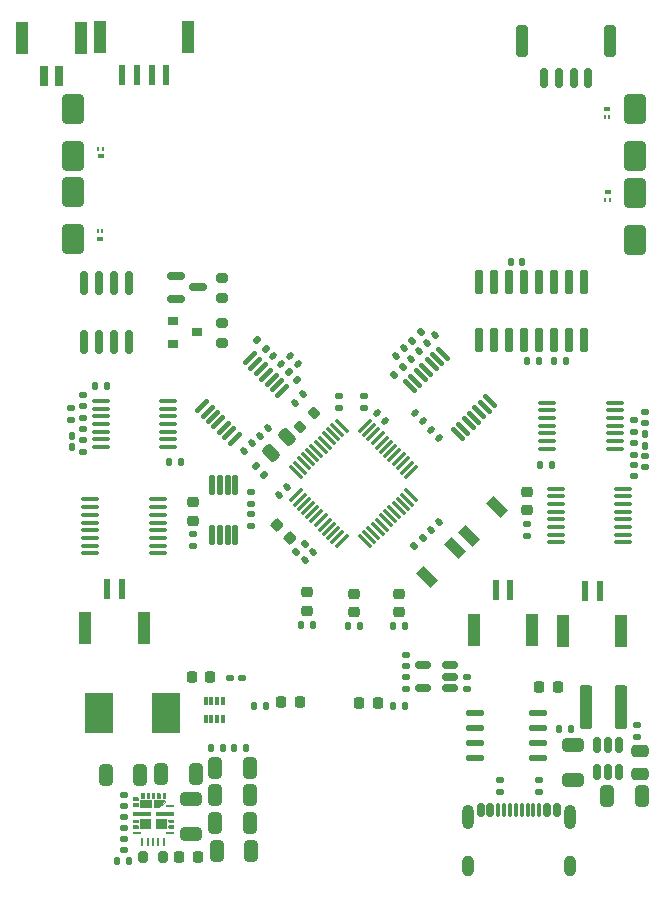
<source format=gbr>
%TF.GenerationSoftware,KiCad,Pcbnew,9.0.4*%
%TF.CreationDate,2025-10-16T14:13:28-04:00*%
%TF.ProjectId,Alpha_Breakout,416c7068-615f-4427-9265-616b6f75742e,rev?*%
%TF.SameCoordinates,Original*%
%TF.FileFunction,Paste,Top*%
%TF.FilePolarity,Positive*%
%FSLAX46Y46*%
G04 Gerber Fmt 4.6, Leading zero omitted, Abs format (unit mm)*
G04 Created by KiCad (PCBNEW 9.0.4) date 2025-10-16 14:13:28*
%MOMM*%
%LPD*%
G01*
G04 APERTURE LIST*
G04 Aperture macros list*
%AMRoundRect*
0 Rectangle with rounded corners*
0 $1 Rounding radius*
0 $2 $3 $4 $5 $6 $7 $8 $9 X,Y pos of 4 corners*
0 Add a 4 corners polygon primitive as box body*
4,1,4,$2,$3,$4,$5,$6,$7,$8,$9,$2,$3,0*
0 Add four circle primitives for the rounded corners*
1,1,$1+$1,$2,$3*
1,1,$1+$1,$4,$5*
1,1,$1+$1,$6,$7*
1,1,$1+$1,$8,$9*
0 Add four rect primitives between the rounded corners*
20,1,$1+$1,$2,$3,$4,$5,0*
20,1,$1+$1,$4,$5,$6,$7,0*
20,1,$1+$1,$6,$7,$8,$9,0*
20,1,$1+$1,$8,$9,$2,$3,0*%
%AMRotRect*
0 Rectangle, with rotation*
0 The origin of the aperture is its center*
0 $1 length*
0 $2 width*
0 $3 Rotation angle, in degrees counterclockwise*
0 Add horizontal line*
21,1,$1,$2,0,0,$3*%
G04 Aperture macros list end*
%ADD10C,0.010000*%
%ADD11RoundRect,0.140000X0.170000X-0.140000X0.170000X0.140000X-0.170000X0.140000X-0.170000X-0.140000X0*%
%ADD12RoundRect,0.135000X0.135000X0.185000X-0.135000X0.185000X-0.135000X-0.185000X0.135000X-0.185000X0*%
%ADD13RoundRect,0.140000X-0.021213X0.219203X-0.219203X0.021213X0.021213X-0.219203X0.219203X-0.021213X0*%
%ADD14RoundRect,0.135000X-0.185000X0.135000X-0.185000X-0.135000X0.185000X-0.135000X0.185000X0.135000X0*%
%ADD15RoundRect,0.250000X-0.650000X1.000000X-0.650000X-1.000000X0.650000X-1.000000X0.650000X1.000000X0*%
%ADD16RoundRect,0.140000X-0.170000X0.140000X-0.170000X-0.140000X0.170000X-0.140000X0.170000X0.140000X0*%
%ADD17RoundRect,0.135000X0.185000X-0.135000X0.185000X0.135000X-0.185000X0.135000X-0.185000X-0.135000X0*%
%ADD18RoundRect,0.250000X-0.325000X-0.650000X0.325000X-0.650000X0.325000X0.650000X-0.325000X0.650000X0*%
%ADD19RoundRect,0.135000X-0.035355X0.226274X-0.226274X0.035355X0.035355X-0.226274X0.226274X-0.035355X0*%
%ADD20R,0.600000X1.700000*%
%ADD21R,1.000000X2.800000*%
%ADD22RoundRect,0.135000X-0.135000X-0.185000X0.135000X-0.185000X0.135000X0.185000X-0.135000X0.185000X0*%
%ADD23RoundRect,0.140000X0.140000X0.170000X-0.140000X0.170000X-0.140000X-0.170000X0.140000X-0.170000X0*%
%ADD24RoundRect,0.100000X0.637500X0.100000X-0.637500X0.100000X-0.637500X-0.100000X0.637500X-0.100000X0*%
%ADD25R,0.150000X0.380000*%
%ADD26R,0.630000X0.380000*%
%ADD27RoundRect,0.218750X-0.256250X0.218750X-0.256250X-0.218750X0.256250X-0.218750X0.256250X0.218750X0*%
%ADD28RoundRect,0.218750X-0.218750X-0.256250X0.218750X-0.256250X0.218750X0.256250X-0.218750X0.256250X0*%
%ADD29RoundRect,0.250000X0.650000X-0.325000X0.650000X0.325000X-0.650000X0.325000X-0.650000X-0.325000X0*%
%ADD30RoundRect,0.075000X-0.225000X0.910000X-0.225000X-0.910000X0.225000X-0.910000X0.225000X0.910000X0*%
%ADD31RoundRect,0.100000X0.380070X0.521491X-0.521491X-0.380070X-0.380070X-0.521491X0.521491X0.380070X0*%
%ADD32R,0.900000X0.800000*%
%ADD33RotRect,0.900000X1.700000X225.000000*%
%ADD34RoundRect,0.140000X-0.219203X-0.021213X-0.021213X-0.219203X0.219203X0.021213X0.021213X0.219203X0*%
%ADD35RoundRect,0.100000X-0.637500X-0.100000X0.637500X-0.100000X0.637500X0.100000X-0.637500X0.100000X0*%
%ADD36RoundRect,0.250000X0.650000X-1.000000X0.650000X1.000000X-0.650000X1.000000X-0.650000X-1.000000X0*%
%ADD37R,1.000000X2.700000*%
%ADD38RoundRect,0.250000X0.475000X-0.250000X0.475000X0.250000X-0.475000X0.250000X-0.475000X-0.250000X0*%
%ADD39RoundRect,0.140000X0.219203X0.021213X0.021213X0.219203X-0.219203X-0.021213X-0.021213X-0.219203X0*%
%ADD40RoundRect,0.135000X0.226274X0.035355X0.035355X0.226274X-0.226274X-0.035355X-0.035355X-0.226274X0*%
%ADD41RoundRect,0.150000X0.150000X-0.825000X0.150000X0.825000X-0.150000X0.825000X-0.150000X-0.825000X0*%
%ADD42R,2.362200X3.505200*%
%ADD43RoundRect,0.225000X-0.250000X0.225000X-0.250000X-0.225000X0.250000X-0.225000X0.250000X0.225000X0*%
%ADD44RoundRect,0.140000X-0.140000X-0.170000X0.140000X-0.170000X0.140000X0.170000X-0.140000X0.170000X0*%
%ADD45RoundRect,0.225000X0.250000X-0.225000X0.250000X0.225000X-0.250000X0.225000X-0.250000X-0.225000X0*%
%ADD46R,0.660400X1.803400*%
%ADD47R,1.092200X2.794000*%
%ADD48RoundRect,0.100000X-0.521491X0.380070X0.380070X-0.521491X0.521491X-0.380070X-0.380070X0.521491X0*%
%ADD49RoundRect,0.135000X-0.226274X-0.035355X-0.035355X-0.226274X0.226274X0.035355X0.035355X0.226274X0*%
%ADD50RoundRect,0.200000X-0.200000X-0.275000X0.200000X-0.275000X0.200000X0.275000X-0.200000X0.275000X0*%
%ADD51RoundRect,0.225000X0.225000X0.250000X-0.225000X0.250000X-0.225000X-0.250000X0.225000X-0.250000X0*%
%ADD52RoundRect,0.150000X0.150000X0.700000X-0.150000X0.700000X-0.150000X-0.700000X0.150000X-0.700000X0*%
%ADD53RoundRect,0.250000X0.250000X1.100000X-0.250000X1.100000X-0.250000X-1.100000X0.250000X-1.100000X0*%
%ADD54RoundRect,0.150000X-0.587500X-0.150000X0.587500X-0.150000X0.587500X0.150000X-0.587500X0.150000X0*%
%ADD55RoundRect,0.137500X0.612500X0.137500X-0.612500X0.137500X-0.612500X-0.137500X0.612500X-0.137500X0*%
%ADD56RoundRect,0.050000X-0.250000X-0.050000X0.250000X-0.050000X0.250000X0.050000X-0.250000X0.050000X0*%
%ADD57RoundRect,0.050000X-0.050000X-0.250000X0.050000X-0.250000X0.050000X0.250000X-0.050000X0.250000X0*%
%ADD58RoundRect,0.150000X0.150000X-0.512500X0.150000X0.512500X-0.150000X0.512500X-0.150000X-0.512500X0*%
%ADD59RoundRect,0.150000X-0.150000X-0.425000X0.150000X-0.425000X0.150000X0.425000X-0.150000X0.425000X0*%
%ADD60RoundRect,0.075000X-0.075000X-0.500000X0.075000X-0.500000X0.075000X0.500000X-0.075000X0.500000X0*%
%ADD61O,1.000000X2.100000*%
%ADD62O,1.000000X1.800000*%
%ADD63RoundRect,0.200000X0.053033X-0.335876X0.335876X-0.053033X-0.053033X0.335876X-0.335876X0.053033X0*%
%ADD64RoundRect,0.135000X0.035355X-0.226274X0.226274X-0.035355X-0.035355X0.226274X-0.226274X0.035355X0*%
%ADD65R,0.300000X0.670000*%
%ADD66RoundRect,0.250000X-0.650000X0.325000X-0.650000X-0.325000X0.650000X-0.325000X0.650000X0.325000X0*%
%ADD67RoundRect,0.075000X-0.415425X-0.521491X0.521491X0.415425X0.415425X0.521491X-0.521491X-0.415425X0*%
%ADD68RoundRect,0.075000X0.415425X-0.521491X0.521491X-0.415425X-0.415425X0.521491X-0.521491X0.415425X0*%
%ADD69RoundRect,0.250000X0.300000X1.600000X-0.300000X1.600000X-0.300000X-1.600000X0.300000X-1.600000X0*%
%ADD70RoundRect,0.218750X0.218750X0.256250X-0.218750X0.256250X-0.218750X-0.256250X0.218750X-0.256250X0*%
%ADD71RoundRect,0.200000X0.275000X-0.200000X0.275000X0.200000X-0.275000X0.200000X-0.275000X-0.200000X0*%
%ADD72RoundRect,0.140000X0.021213X-0.219203X0.219203X-0.021213X-0.021213X0.219203X-0.219203X0.021213X0*%
%ADD73RoundRect,0.225000X-0.335876X-0.017678X-0.017678X-0.335876X0.335876X0.017678X0.017678X0.335876X0*%
%ADD74RoundRect,0.150000X0.512500X0.150000X-0.512500X0.150000X-0.512500X-0.150000X0.512500X-0.150000X0*%
%ADD75RoundRect,0.125000X-0.125000X0.687500X-0.125000X-0.687500X0.125000X-0.687500X0.125000X0.687500X0*%
%ADD76RoundRect,0.250000X0.159099X-0.512652X0.512652X-0.159099X-0.159099X0.512652X-0.512652X0.159099X0*%
G04 APERTURE END LIST*
D10*
%TO.C,PS1*%
X130108000Y-128274000D02*
X130110000Y-128274000D01*
X130113000Y-128275000D01*
X130115000Y-128275000D01*
X130118000Y-128276000D01*
X130120000Y-128277000D01*
X130123000Y-128278000D01*
X130125000Y-128280000D01*
X130127000Y-128281000D01*
X130129000Y-128283000D01*
X130131000Y-128284000D01*
X130133000Y-128286000D01*
X130135000Y-128288000D01*
X130137000Y-128290000D01*
X130139000Y-128292000D01*
X130140000Y-128294000D01*
X130142000Y-128296000D01*
X130143000Y-128298000D01*
X130145000Y-128300000D01*
X130146000Y-128303000D01*
X130147000Y-128305000D01*
X130148000Y-128308000D01*
X130148000Y-128310000D01*
X130149000Y-128313000D01*
X130149000Y-128315000D01*
X130150000Y-128318000D01*
X130150000Y-128320000D01*
X130150000Y-128323000D01*
X130150000Y-128423000D01*
X130150000Y-128426000D01*
X130150000Y-128428000D01*
X130149000Y-128431000D01*
X130149000Y-128433000D01*
X130148000Y-128436000D01*
X130148000Y-128438000D01*
X130147000Y-128441000D01*
X130146000Y-128443000D01*
X130145000Y-128446000D01*
X130143000Y-128448000D01*
X130142000Y-128450000D01*
X130140000Y-128452000D01*
X130139000Y-128454000D01*
X130137000Y-128456000D01*
X130135000Y-128458000D01*
X130133000Y-128460000D01*
X130131000Y-128462000D01*
X130129000Y-128463000D01*
X130127000Y-128465000D01*
X130125000Y-128466000D01*
X130123000Y-128468000D01*
X130120000Y-128469000D01*
X130118000Y-128470000D01*
X130115000Y-128471000D01*
X130113000Y-128471000D01*
X130110000Y-128472000D01*
X130108000Y-128472000D01*
X130105000Y-128473000D01*
X130103000Y-128473000D01*
X130100000Y-128473000D01*
X129800000Y-128473000D01*
X129797000Y-128473000D01*
X129795000Y-128473000D01*
X129792000Y-128472000D01*
X129790000Y-128472000D01*
X129787000Y-128471000D01*
X129785000Y-128471000D01*
X129782000Y-128470000D01*
X129780000Y-128469000D01*
X129777000Y-128468000D01*
X129775000Y-128466000D01*
X129773000Y-128465000D01*
X129771000Y-128463000D01*
X129769000Y-128462000D01*
X129767000Y-128460000D01*
X129765000Y-128458000D01*
X129763000Y-128456000D01*
X129761000Y-128454000D01*
X129760000Y-128452000D01*
X129758000Y-128450000D01*
X129757000Y-128448000D01*
X129755000Y-128446000D01*
X129754000Y-128443000D01*
X129753000Y-128441000D01*
X129752000Y-128438000D01*
X129752000Y-128436000D01*
X129751000Y-128433000D01*
X129751000Y-128431000D01*
X129750000Y-128428000D01*
X129750000Y-128426000D01*
X129750000Y-128423000D01*
X129750000Y-128323000D01*
X129750000Y-128320000D01*
X129750000Y-128318000D01*
X129751000Y-128315000D01*
X129751000Y-128313000D01*
X129752000Y-128310000D01*
X129752000Y-128308000D01*
X129753000Y-128305000D01*
X129754000Y-128303000D01*
X129755000Y-128300000D01*
X129757000Y-128298000D01*
X129758000Y-128296000D01*
X129760000Y-128294000D01*
X129761000Y-128292000D01*
X129763000Y-128290000D01*
X129765000Y-128288000D01*
X129767000Y-128286000D01*
X129769000Y-128284000D01*
X129771000Y-128283000D01*
X129773000Y-128281000D01*
X129775000Y-128280000D01*
X129777000Y-128278000D01*
X129780000Y-128277000D01*
X129782000Y-128276000D01*
X129785000Y-128275000D01*
X129787000Y-128275000D01*
X129790000Y-128274000D01*
X129792000Y-128274000D01*
X129795000Y-128273000D01*
X129797000Y-128273000D01*
X129800000Y-128273000D01*
X130100000Y-128273000D01*
X130103000Y-128273000D01*
X130105000Y-128273000D01*
X130108000Y-128274000D01*
G36*
X130108000Y-128274000D02*
G01*
X130110000Y-128274000D01*
X130113000Y-128275000D01*
X130115000Y-128275000D01*
X130118000Y-128276000D01*
X130120000Y-128277000D01*
X130123000Y-128278000D01*
X130125000Y-128280000D01*
X130127000Y-128281000D01*
X130129000Y-128283000D01*
X130131000Y-128284000D01*
X130133000Y-128286000D01*
X130135000Y-128288000D01*
X130137000Y-128290000D01*
X130139000Y-128292000D01*
X130140000Y-128294000D01*
X130142000Y-128296000D01*
X130143000Y-128298000D01*
X130145000Y-128300000D01*
X130146000Y-128303000D01*
X130147000Y-128305000D01*
X130148000Y-128308000D01*
X130148000Y-128310000D01*
X130149000Y-128313000D01*
X130149000Y-128315000D01*
X130150000Y-128318000D01*
X130150000Y-128320000D01*
X130150000Y-128323000D01*
X130150000Y-128423000D01*
X130150000Y-128426000D01*
X130150000Y-128428000D01*
X130149000Y-128431000D01*
X130149000Y-128433000D01*
X130148000Y-128436000D01*
X130148000Y-128438000D01*
X130147000Y-128441000D01*
X130146000Y-128443000D01*
X130145000Y-128446000D01*
X130143000Y-128448000D01*
X130142000Y-128450000D01*
X130140000Y-128452000D01*
X130139000Y-128454000D01*
X130137000Y-128456000D01*
X130135000Y-128458000D01*
X130133000Y-128460000D01*
X130131000Y-128462000D01*
X130129000Y-128463000D01*
X130127000Y-128465000D01*
X130125000Y-128466000D01*
X130123000Y-128468000D01*
X130120000Y-128469000D01*
X130118000Y-128470000D01*
X130115000Y-128471000D01*
X130113000Y-128471000D01*
X130110000Y-128472000D01*
X130108000Y-128472000D01*
X130105000Y-128473000D01*
X130103000Y-128473000D01*
X130100000Y-128473000D01*
X129800000Y-128473000D01*
X129797000Y-128473000D01*
X129795000Y-128473000D01*
X129792000Y-128472000D01*
X129790000Y-128472000D01*
X129787000Y-128471000D01*
X129785000Y-128471000D01*
X129782000Y-128470000D01*
X129780000Y-128469000D01*
X129777000Y-128468000D01*
X129775000Y-128466000D01*
X129773000Y-128465000D01*
X129771000Y-128463000D01*
X129769000Y-128462000D01*
X129767000Y-128460000D01*
X129765000Y-128458000D01*
X129763000Y-128456000D01*
X129761000Y-128454000D01*
X129760000Y-128452000D01*
X129758000Y-128450000D01*
X129757000Y-128448000D01*
X129755000Y-128446000D01*
X129754000Y-128443000D01*
X129753000Y-128441000D01*
X129752000Y-128438000D01*
X129752000Y-128436000D01*
X129751000Y-128433000D01*
X129751000Y-128431000D01*
X129750000Y-128428000D01*
X129750000Y-128426000D01*
X129750000Y-128423000D01*
X129750000Y-128323000D01*
X129750000Y-128320000D01*
X129750000Y-128318000D01*
X129751000Y-128315000D01*
X129751000Y-128313000D01*
X129752000Y-128310000D01*
X129752000Y-128308000D01*
X129753000Y-128305000D01*
X129754000Y-128303000D01*
X129755000Y-128300000D01*
X129757000Y-128298000D01*
X129758000Y-128296000D01*
X129760000Y-128294000D01*
X129761000Y-128292000D01*
X129763000Y-128290000D01*
X129765000Y-128288000D01*
X129767000Y-128286000D01*
X129769000Y-128284000D01*
X129771000Y-128283000D01*
X129773000Y-128281000D01*
X129775000Y-128280000D01*
X129777000Y-128278000D01*
X129780000Y-128277000D01*
X129782000Y-128276000D01*
X129785000Y-128275000D01*
X129787000Y-128275000D01*
X129790000Y-128274000D01*
X129792000Y-128274000D01*
X129795000Y-128273000D01*
X129797000Y-128273000D01*
X129800000Y-128273000D01*
X130100000Y-128273000D01*
X130103000Y-128273000D01*
X130105000Y-128273000D01*
X130108000Y-128274000D01*
G37*
X131158000Y-129549000D02*
X131160000Y-129549000D01*
X131163000Y-129550000D01*
X131165000Y-129550000D01*
X131168000Y-129551000D01*
X131170000Y-129552000D01*
X131173000Y-129553000D01*
X131175000Y-129555000D01*
X131177000Y-129556000D01*
X131179000Y-129558000D01*
X131181000Y-129559000D01*
X131183000Y-129561000D01*
X131185000Y-129563000D01*
X131187000Y-129565000D01*
X131189000Y-129567000D01*
X131190000Y-129569000D01*
X131192000Y-129571000D01*
X131193000Y-129573000D01*
X131195000Y-129575000D01*
X131196000Y-129578000D01*
X131197000Y-129580000D01*
X131198000Y-129583000D01*
X131198000Y-129585000D01*
X131199000Y-129588000D01*
X131199000Y-129590000D01*
X131200000Y-129593000D01*
X131200000Y-129595000D01*
X131200000Y-129598000D01*
X131200000Y-129748000D01*
X131200000Y-129751000D01*
X131200000Y-129753000D01*
X131199000Y-129756000D01*
X131199000Y-129758000D01*
X131198000Y-129761000D01*
X131198000Y-129763000D01*
X131197000Y-129766000D01*
X131196000Y-129768000D01*
X131195000Y-129771000D01*
X131193000Y-129773000D01*
X131192000Y-129775000D01*
X131190000Y-129777000D01*
X131189000Y-129779000D01*
X131187000Y-129781000D01*
X131185000Y-129783000D01*
X131183000Y-129785000D01*
X131181000Y-129787000D01*
X131179000Y-129788000D01*
X131177000Y-129790000D01*
X131175000Y-129791000D01*
X131173000Y-129793000D01*
X131170000Y-129794000D01*
X131168000Y-129795000D01*
X131165000Y-129796000D01*
X131163000Y-129796000D01*
X131160000Y-129797000D01*
X131158000Y-129797000D01*
X131155000Y-129798000D01*
X131153000Y-129798000D01*
X131150000Y-129798000D01*
X129800000Y-129798000D01*
X129797000Y-129798000D01*
X129795000Y-129798000D01*
X129792000Y-129797000D01*
X129790000Y-129797000D01*
X129787000Y-129796000D01*
X129785000Y-129796000D01*
X129782000Y-129795000D01*
X129780000Y-129794000D01*
X129777000Y-129793000D01*
X129775000Y-129791000D01*
X129773000Y-129790000D01*
X129771000Y-129788000D01*
X129769000Y-129787000D01*
X129767000Y-129785000D01*
X129765000Y-129783000D01*
X129763000Y-129781000D01*
X129761000Y-129779000D01*
X129760000Y-129777000D01*
X129758000Y-129775000D01*
X129757000Y-129773000D01*
X129755000Y-129771000D01*
X129754000Y-129768000D01*
X129753000Y-129766000D01*
X129752000Y-129763000D01*
X129752000Y-129761000D01*
X129751000Y-129758000D01*
X129751000Y-129756000D01*
X129750000Y-129753000D01*
X129750000Y-129751000D01*
X129750000Y-129748000D01*
X129750000Y-129598000D01*
X129750000Y-129595000D01*
X129750000Y-129593000D01*
X129751000Y-129590000D01*
X129751000Y-129588000D01*
X129752000Y-129585000D01*
X129752000Y-129583000D01*
X129753000Y-129580000D01*
X129754000Y-129578000D01*
X129755000Y-129575000D01*
X129757000Y-129573000D01*
X129758000Y-129571000D01*
X129760000Y-129569000D01*
X129761000Y-129567000D01*
X129763000Y-129565000D01*
X129765000Y-129563000D01*
X129767000Y-129561000D01*
X129769000Y-129559000D01*
X129771000Y-129558000D01*
X129773000Y-129556000D01*
X129775000Y-129555000D01*
X129777000Y-129553000D01*
X129780000Y-129552000D01*
X129782000Y-129551000D01*
X129785000Y-129550000D01*
X129787000Y-129550000D01*
X129790000Y-129549000D01*
X129792000Y-129549000D01*
X129795000Y-129548000D01*
X129797000Y-129548000D01*
X129800000Y-129548000D01*
X131150000Y-129548000D01*
X131153000Y-129548000D01*
X131155000Y-129548000D01*
X131158000Y-129549000D01*
G36*
X131158000Y-129549000D02*
G01*
X131160000Y-129549000D01*
X131163000Y-129550000D01*
X131165000Y-129550000D01*
X131168000Y-129551000D01*
X131170000Y-129552000D01*
X131173000Y-129553000D01*
X131175000Y-129555000D01*
X131177000Y-129556000D01*
X131179000Y-129558000D01*
X131181000Y-129559000D01*
X131183000Y-129561000D01*
X131185000Y-129563000D01*
X131187000Y-129565000D01*
X131189000Y-129567000D01*
X131190000Y-129569000D01*
X131192000Y-129571000D01*
X131193000Y-129573000D01*
X131195000Y-129575000D01*
X131196000Y-129578000D01*
X131197000Y-129580000D01*
X131198000Y-129583000D01*
X131198000Y-129585000D01*
X131199000Y-129588000D01*
X131199000Y-129590000D01*
X131200000Y-129593000D01*
X131200000Y-129595000D01*
X131200000Y-129598000D01*
X131200000Y-129748000D01*
X131200000Y-129751000D01*
X131200000Y-129753000D01*
X131199000Y-129756000D01*
X131199000Y-129758000D01*
X131198000Y-129761000D01*
X131198000Y-129763000D01*
X131197000Y-129766000D01*
X131196000Y-129768000D01*
X131195000Y-129771000D01*
X131193000Y-129773000D01*
X131192000Y-129775000D01*
X131190000Y-129777000D01*
X131189000Y-129779000D01*
X131187000Y-129781000D01*
X131185000Y-129783000D01*
X131183000Y-129785000D01*
X131181000Y-129787000D01*
X131179000Y-129788000D01*
X131177000Y-129790000D01*
X131175000Y-129791000D01*
X131173000Y-129793000D01*
X131170000Y-129794000D01*
X131168000Y-129795000D01*
X131165000Y-129796000D01*
X131163000Y-129796000D01*
X131160000Y-129797000D01*
X131158000Y-129797000D01*
X131155000Y-129798000D01*
X131153000Y-129798000D01*
X131150000Y-129798000D01*
X129800000Y-129798000D01*
X129797000Y-129798000D01*
X129795000Y-129798000D01*
X129792000Y-129797000D01*
X129790000Y-129797000D01*
X129787000Y-129796000D01*
X129785000Y-129796000D01*
X129782000Y-129795000D01*
X129780000Y-129794000D01*
X129777000Y-129793000D01*
X129775000Y-129791000D01*
X129773000Y-129790000D01*
X129771000Y-129788000D01*
X129769000Y-129787000D01*
X129767000Y-129785000D01*
X129765000Y-129783000D01*
X129763000Y-129781000D01*
X129761000Y-129779000D01*
X129760000Y-129777000D01*
X129758000Y-129775000D01*
X129757000Y-129773000D01*
X129755000Y-129771000D01*
X129754000Y-129768000D01*
X129753000Y-129766000D01*
X129752000Y-129763000D01*
X129752000Y-129761000D01*
X129751000Y-129758000D01*
X129751000Y-129756000D01*
X129750000Y-129753000D01*
X129750000Y-129751000D01*
X129750000Y-129748000D01*
X129750000Y-129598000D01*
X129750000Y-129595000D01*
X129750000Y-129593000D01*
X129751000Y-129590000D01*
X129751000Y-129588000D01*
X129752000Y-129585000D01*
X129752000Y-129583000D01*
X129753000Y-129580000D01*
X129754000Y-129578000D01*
X129755000Y-129575000D01*
X129757000Y-129573000D01*
X129758000Y-129571000D01*
X129760000Y-129569000D01*
X129761000Y-129567000D01*
X129763000Y-129565000D01*
X129765000Y-129563000D01*
X129767000Y-129561000D01*
X129769000Y-129559000D01*
X129771000Y-129558000D01*
X129773000Y-129556000D01*
X129775000Y-129555000D01*
X129777000Y-129553000D01*
X129780000Y-129552000D01*
X129782000Y-129551000D01*
X129785000Y-129550000D01*
X129787000Y-129550000D01*
X129790000Y-129549000D01*
X129792000Y-129549000D01*
X129795000Y-129548000D01*
X129797000Y-129548000D01*
X129800000Y-129548000D01*
X131150000Y-129548000D01*
X131153000Y-129548000D01*
X131155000Y-129548000D01*
X131158000Y-129549000D01*
G37*
X130108000Y-128774000D02*
X130110000Y-128774000D01*
X130113000Y-128775000D01*
X130115000Y-128775000D01*
X130118000Y-128776000D01*
X130120000Y-128777000D01*
X130123000Y-128778000D01*
X130125000Y-128780000D01*
X130127000Y-128781000D01*
X130129000Y-128783000D01*
X130131000Y-128784000D01*
X130133000Y-128786000D01*
X130135000Y-128788000D01*
X130137000Y-128790000D01*
X130139000Y-128792000D01*
X130140000Y-128794000D01*
X130142000Y-128796000D01*
X130143000Y-128798000D01*
X130145000Y-128800000D01*
X130146000Y-128803000D01*
X130147000Y-128805000D01*
X130148000Y-128808000D01*
X130148000Y-128810000D01*
X130149000Y-128813000D01*
X130149000Y-128815000D01*
X130150000Y-128818000D01*
X130150000Y-128820000D01*
X130150000Y-128823000D01*
X130150000Y-128923000D01*
X130150000Y-128926000D01*
X130150000Y-128928000D01*
X130149000Y-128931000D01*
X130149000Y-128933000D01*
X130148000Y-128936000D01*
X130148000Y-128938000D01*
X130147000Y-128941000D01*
X130146000Y-128943000D01*
X130145000Y-128946000D01*
X130143000Y-128948000D01*
X130142000Y-128950000D01*
X130140000Y-128952000D01*
X130139000Y-128954000D01*
X130137000Y-128956000D01*
X130135000Y-128958000D01*
X130133000Y-128960000D01*
X130131000Y-128962000D01*
X130129000Y-128963000D01*
X130127000Y-128965000D01*
X130125000Y-128966000D01*
X130123000Y-128968000D01*
X130120000Y-128969000D01*
X130118000Y-128970000D01*
X130115000Y-128971000D01*
X130113000Y-128971000D01*
X130110000Y-128972000D01*
X130108000Y-128972000D01*
X130105000Y-128973000D01*
X130103000Y-128973000D01*
X130100000Y-128973000D01*
X129800000Y-128973000D01*
X129797000Y-128973000D01*
X129795000Y-128973000D01*
X129792000Y-128972000D01*
X129790000Y-128972000D01*
X129787000Y-128971000D01*
X129785000Y-128971000D01*
X129782000Y-128970000D01*
X129780000Y-128969000D01*
X129777000Y-128968000D01*
X129775000Y-128966000D01*
X129773000Y-128965000D01*
X129771000Y-128963000D01*
X129769000Y-128962000D01*
X129767000Y-128960000D01*
X129765000Y-128958000D01*
X129763000Y-128956000D01*
X129761000Y-128954000D01*
X129760000Y-128952000D01*
X129758000Y-128950000D01*
X129757000Y-128948000D01*
X129755000Y-128946000D01*
X129754000Y-128943000D01*
X129753000Y-128941000D01*
X129752000Y-128938000D01*
X129752000Y-128936000D01*
X129751000Y-128933000D01*
X129751000Y-128931000D01*
X129750000Y-128928000D01*
X129750000Y-128926000D01*
X129750000Y-128923000D01*
X129750000Y-128823000D01*
X129750000Y-128820000D01*
X129750000Y-128818000D01*
X129751000Y-128815000D01*
X129751000Y-128813000D01*
X129752000Y-128810000D01*
X129752000Y-128808000D01*
X129753000Y-128805000D01*
X129754000Y-128803000D01*
X129755000Y-128800000D01*
X129757000Y-128798000D01*
X129758000Y-128796000D01*
X129760000Y-128794000D01*
X129761000Y-128792000D01*
X129763000Y-128790000D01*
X129765000Y-128788000D01*
X129767000Y-128786000D01*
X129769000Y-128784000D01*
X129771000Y-128783000D01*
X129773000Y-128781000D01*
X129775000Y-128780000D01*
X129777000Y-128778000D01*
X129780000Y-128777000D01*
X129782000Y-128776000D01*
X129785000Y-128775000D01*
X129787000Y-128775000D01*
X129790000Y-128774000D01*
X129792000Y-128774000D01*
X129795000Y-128773000D01*
X129797000Y-128773000D01*
X129800000Y-128773000D01*
X130100000Y-128773000D01*
X130103000Y-128773000D01*
X130105000Y-128773000D01*
X130108000Y-128774000D01*
G36*
X130108000Y-128774000D02*
G01*
X130110000Y-128774000D01*
X130113000Y-128775000D01*
X130115000Y-128775000D01*
X130118000Y-128776000D01*
X130120000Y-128777000D01*
X130123000Y-128778000D01*
X130125000Y-128780000D01*
X130127000Y-128781000D01*
X130129000Y-128783000D01*
X130131000Y-128784000D01*
X130133000Y-128786000D01*
X130135000Y-128788000D01*
X130137000Y-128790000D01*
X130139000Y-128792000D01*
X130140000Y-128794000D01*
X130142000Y-128796000D01*
X130143000Y-128798000D01*
X130145000Y-128800000D01*
X130146000Y-128803000D01*
X130147000Y-128805000D01*
X130148000Y-128808000D01*
X130148000Y-128810000D01*
X130149000Y-128813000D01*
X130149000Y-128815000D01*
X130150000Y-128818000D01*
X130150000Y-128820000D01*
X130150000Y-128823000D01*
X130150000Y-128923000D01*
X130150000Y-128926000D01*
X130150000Y-128928000D01*
X130149000Y-128931000D01*
X130149000Y-128933000D01*
X130148000Y-128936000D01*
X130148000Y-128938000D01*
X130147000Y-128941000D01*
X130146000Y-128943000D01*
X130145000Y-128946000D01*
X130143000Y-128948000D01*
X130142000Y-128950000D01*
X130140000Y-128952000D01*
X130139000Y-128954000D01*
X130137000Y-128956000D01*
X130135000Y-128958000D01*
X130133000Y-128960000D01*
X130131000Y-128962000D01*
X130129000Y-128963000D01*
X130127000Y-128965000D01*
X130125000Y-128966000D01*
X130123000Y-128968000D01*
X130120000Y-128969000D01*
X130118000Y-128970000D01*
X130115000Y-128971000D01*
X130113000Y-128971000D01*
X130110000Y-128972000D01*
X130108000Y-128972000D01*
X130105000Y-128973000D01*
X130103000Y-128973000D01*
X130100000Y-128973000D01*
X129800000Y-128973000D01*
X129797000Y-128973000D01*
X129795000Y-128973000D01*
X129792000Y-128972000D01*
X129790000Y-128972000D01*
X129787000Y-128971000D01*
X129785000Y-128971000D01*
X129782000Y-128970000D01*
X129780000Y-128969000D01*
X129777000Y-128968000D01*
X129775000Y-128966000D01*
X129773000Y-128965000D01*
X129771000Y-128963000D01*
X129769000Y-128962000D01*
X129767000Y-128960000D01*
X129765000Y-128958000D01*
X129763000Y-128956000D01*
X129761000Y-128954000D01*
X129760000Y-128952000D01*
X129758000Y-128950000D01*
X129757000Y-128948000D01*
X129755000Y-128946000D01*
X129754000Y-128943000D01*
X129753000Y-128941000D01*
X129752000Y-128938000D01*
X129752000Y-128936000D01*
X129751000Y-128933000D01*
X129751000Y-128931000D01*
X129750000Y-128928000D01*
X129750000Y-128926000D01*
X129750000Y-128923000D01*
X129750000Y-128823000D01*
X129750000Y-128820000D01*
X129750000Y-128818000D01*
X129751000Y-128815000D01*
X129751000Y-128813000D01*
X129752000Y-128810000D01*
X129752000Y-128808000D01*
X129753000Y-128805000D01*
X129754000Y-128803000D01*
X129755000Y-128800000D01*
X129757000Y-128798000D01*
X129758000Y-128796000D01*
X129760000Y-128794000D01*
X129761000Y-128792000D01*
X129763000Y-128790000D01*
X129765000Y-128788000D01*
X129767000Y-128786000D01*
X129769000Y-128784000D01*
X129771000Y-128783000D01*
X129773000Y-128781000D01*
X129775000Y-128780000D01*
X129777000Y-128778000D01*
X129780000Y-128777000D01*
X129782000Y-128776000D01*
X129785000Y-128775000D01*
X129787000Y-128775000D01*
X129790000Y-128774000D01*
X129792000Y-128774000D01*
X129795000Y-128773000D01*
X129797000Y-128773000D01*
X129800000Y-128773000D01*
X130100000Y-128773000D01*
X130103000Y-128773000D01*
X130105000Y-128773000D01*
X130108000Y-128774000D01*
G37*
X130108000Y-130149000D02*
X130110000Y-130149000D01*
X130113000Y-130150000D01*
X130115000Y-130150000D01*
X130118000Y-130151000D01*
X130120000Y-130152000D01*
X130123000Y-130153000D01*
X130125000Y-130155000D01*
X130127000Y-130156000D01*
X130129000Y-130158000D01*
X130131000Y-130159000D01*
X130133000Y-130161000D01*
X130135000Y-130163000D01*
X130137000Y-130165000D01*
X130139000Y-130167000D01*
X130140000Y-130169000D01*
X130142000Y-130171000D01*
X130143000Y-130173000D01*
X130145000Y-130175000D01*
X130146000Y-130178000D01*
X130147000Y-130180000D01*
X130148000Y-130183000D01*
X130148000Y-130185000D01*
X130149000Y-130188000D01*
X130149000Y-130190000D01*
X130150000Y-130193000D01*
X130150000Y-130195000D01*
X130150000Y-130198000D01*
X130150000Y-130298000D01*
X130150000Y-130301000D01*
X130150000Y-130303000D01*
X130149000Y-130306000D01*
X130149000Y-130308000D01*
X130148000Y-130311000D01*
X130148000Y-130313000D01*
X130147000Y-130316000D01*
X130146000Y-130318000D01*
X130145000Y-130321000D01*
X130143000Y-130323000D01*
X130142000Y-130325000D01*
X130140000Y-130327000D01*
X130139000Y-130329000D01*
X130137000Y-130331000D01*
X130135000Y-130333000D01*
X130133000Y-130335000D01*
X130131000Y-130337000D01*
X130129000Y-130338000D01*
X130127000Y-130340000D01*
X130125000Y-130341000D01*
X130123000Y-130343000D01*
X130120000Y-130344000D01*
X130118000Y-130345000D01*
X130115000Y-130346000D01*
X130113000Y-130346000D01*
X130110000Y-130347000D01*
X130108000Y-130347000D01*
X130105000Y-130348000D01*
X130103000Y-130348000D01*
X130100000Y-130348000D01*
X129800000Y-130348000D01*
X129797000Y-130348000D01*
X129795000Y-130348000D01*
X129792000Y-130347000D01*
X129790000Y-130347000D01*
X129787000Y-130346000D01*
X129785000Y-130346000D01*
X129782000Y-130345000D01*
X129780000Y-130344000D01*
X129777000Y-130343000D01*
X129775000Y-130341000D01*
X129773000Y-130340000D01*
X129771000Y-130338000D01*
X129769000Y-130337000D01*
X129767000Y-130335000D01*
X129765000Y-130333000D01*
X129763000Y-130331000D01*
X129761000Y-130329000D01*
X129760000Y-130327000D01*
X129758000Y-130325000D01*
X129757000Y-130323000D01*
X129755000Y-130321000D01*
X129754000Y-130318000D01*
X129753000Y-130316000D01*
X129752000Y-130313000D01*
X129752000Y-130311000D01*
X129751000Y-130308000D01*
X129751000Y-130306000D01*
X129750000Y-130303000D01*
X129750000Y-130301000D01*
X129750000Y-130298000D01*
X129750000Y-130198000D01*
X129750000Y-130195000D01*
X129750000Y-130193000D01*
X129751000Y-130190000D01*
X129751000Y-130188000D01*
X129752000Y-130185000D01*
X129752000Y-130183000D01*
X129753000Y-130180000D01*
X129754000Y-130178000D01*
X129755000Y-130175000D01*
X129757000Y-130173000D01*
X129758000Y-130171000D01*
X129760000Y-130169000D01*
X129761000Y-130167000D01*
X129763000Y-130165000D01*
X129765000Y-130163000D01*
X129767000Y-130161000D01*
X129769000Y-130159000D01*
X129771000Y-130158000D01*
X129773000Y-130156000D01*
X129775000Y-130155000D01*
X129777000Y-130153000D01*
X129780000Y-130152000D01*
X129782000Y-130151000D01*
X129785000Y-130150000D01*
X129787000Y-130150000D01*
X129790000Y-130149000D01*
X129792000Y-130149000D01*
X129795000Y-130148000D01*
X129797000Y-130148000D01*
X129800000Y-130148000D01*
X130100000Y-130148000D01*
X130103000Y-130148000D01*
X130105000Y-130148000D01*
X130108000Y-130149000D01*
G36*
X130108000Y-130149000D02*
G01*
X130110000Y-130149000D01*
X130113000Y-130150000D01*
X130115000Y-130150000D01*
X130118000Y-130151000D01*
X130120000Y-130152000D01*
X130123000Y-130153000D01*
X130125000Y-130155000D01*
X130127000Y-130156000D01*
X130129000Y-130158000D01*
X130131000Y-130159000D01*
X130133000Y-130161000D01*
X130135000Y-130163000D01*
X130137000Y-130165000D01*
X130139000Y-130167000D01*
X130140000Y-130169000D01*
X130142000Y-130171000D01*
X130143000Y-130173000D01*
X130145000Y-130175000D01*
X130146000Y-130178000D01*
X130147000Y-130180000D01*
X130148000Y-130183000D01*
X130148000Y-130185000D01*
X130149000Y-130188000D01*
X130149000Y-130190000D01*
X130150000Y-130193000D01*
X130150000Y-130195000D01*
X130150000Y-130198000D01*
X130150000Y-130298000D01*
X130150000Y-130301000D01*
X130150000Y-130303000D01*
X130149000Y-130306000D01*
X130149000Y-130308000D01*
X130148000Y-130311000D01*
X130148000Y-130313000D01*
X130147000Y-130316000D01*
X130146000Y-130318000D01*
X130145000Y-130321000D01*
X130143000Y-130323000D01*
X130142000Y-130325000D01*
X130140000Y-130327000D01*
X130139000Y-130329000D01*
X130137000Y-130331000D01*
X130135000Y-130333000D01*
X130133000Y-130335000D01*
X130131000Y-130337000D01*
X130129000Y-130338000D01*
X130127000Y-130340000D01*
X130125000Y-130341000D01*
X130123000Y-130343000D01*
X130120000Y-130344000D01*
X130118000Y-130345000D01*
X130115000Y-130346000D01*
X130113000Y-130346000D01*
X130110000Y-130347000D01*
X130108000Y-130347000D01*
X130105000Y-130348000D01*
X130103000Y-130348000D01*
X130100000Y-130348000D01*
X129800000Y-130348000D01*
X129797000Y-130348000D01*
X129795000Y-130348000D01*
X129792000Y-130347000D01*
X129790000Y-130347000D01*
X129787000Y-130346000D01*
X129785000Y-130346000D01*
X129782000Y-130345000D01*
X129780000Y-130344000D01*
X129777000Y-130343000D01*
X129775000Y-130341000D01*
X129773000Y-130340000D01*
X129771000Y-130338000D01*
X129769000Y-130337000D01*
X129767000Y-130335000D01*
X129765000Y-130333000D01*
X129763000Y-130331000D01*
X129761000Y-130329000D01*
X129760000Y-130327000D01*
X129758000Y-130325000D01*
X129757000Y-130323000D01*
X129755000Y-130321000D01*
X129754000Y-130318000D01*
X129753000Y-130316000D01*
X129752000Y-130313000D01*
X129752000Y-130311000D01*
X129751000Y-130308000D01*
X129751000Y-130306000D01*
X129750000Y-130303000D01*
X129750000Y-130301000D01*
X129750000Y-130298000D01*
X129750000Y-130198000D01*
X129750000Y-130195000D01*
X129750000Y-130193000D01*
X129751000Y-130190000D01*
X129751000Y-130188000D01*
X129752000Y-130185000D01*
X129752000Y-130183000D01*
X129753000Y-130180000D01*
X129754000Y-130178000D01*
X129755000Y-130175000D01*
X129757000Y-130173000D01*
X129758000Y-130171000D01*
X129760000Y-130169000D01*
X129761000Y-130167000D01*
X129763000Y-130165000D01*
X129765000Y-130163000D01*
X129767000Y-130161000D01*
X129769000Y-130159000D01*
X129771000Y-130158000D01*
X129773000Y-130156000D01*
X129775000Y-130155000D01*
X129777000Y-130153000D01*
X129780000Y-130152000D01*
X129782000Y-130151000D01*
X129785000Y-130150000D01*
X129787000Y-130150000D01*
X129790000Y-130149000D01*
X129792000Y-130149000D01*
X129795000Y-130148000D01*
X129797000Y-130148000D01*
X129800000Y-130148000D01*
X130100000Y-130148000D01*
X130103000Y-130148000D01*
X130105000Y-130148000D01*
X130108000Y-130149000D01*
G37*
X130108000Y-130649000D02*
X130110000Y-130649000D01*
X130113000Y-130650000D01*
X130115000Y-130650000D01*
X130118000Y-130651000D01*
X130120000Y-130652000D01*
X130123000Y-130653000D01*
X130125000Y-130655000D01*
X130127000Y-130656000D01*
X130129000Y-130658000D01*
X130131000Y-130659000D01*
X130133000Y-130661000D01*
X130135000Y-130663000D01*
X130137000Y-130665000D01*
X130139000Y-130667000D01*
X130140000Y-130669000D01*
X130142000Y-130671000D01*
X130143000Y-130673000D01*
X130145000Y-130675000D01*
X130146000Y-130678000D01*
X130147000Y-130680000D01*
X130148000Y-130683000D01*
X130148000Y-130685000D01*
X130149000Y-130688000D01*
X130149000Y-130690000D01*
X130150000Y-130693000D01*
X130150000Y-130695000D01*
X130150000Y-130698000D01*
X130150000Y-130798000D01*
X130150000Y-130801000D01*
X130150000Y-130803000D01*
X130149000Y-130806000D01*
X130149000Y-130808000D01*
X130148000Y-130811000D01*
X130148000Y-130813000D01*
X130147000Y-130816000D01*
X130146000Y-130818000D01*
X130145000Y-130821000D01*
X130143000Y-130823000D01*
X130142000Y-130825000D01*
X130140000Y-130827000D01*
X130139000Y-130829000D01*
X130137000Y-130831000D01*
X130135000Y-130833000D01*
X130133000Y-130835000D01*
X130131000Y-130837000D01*
X130129000Y-130838000D01*
X130127000Y-130840000D01*
X130125000Y-130841000D01*
X130123000Y-130843000D01*
X130120000Y-130844000D01*
X130118000Y-130845000D01*
X130115000Y-130846000D01*
X130113000Y-130846000D01*
X130110000Y-130847000D01*
X130108000Y-130847000D01*
X130105000Y-130848000D01*
X130103000Y-130848000D01*
X130100000Y-130848000D01*
X129800000Y-130848000D01*
X129797000Y-130848000D01*
X129795000Y-130848000D01*
X129792000Y-130847000D01*
X129790000Y-130847000D01*
X129787000Y-130846000D01*
X129785000Y-130846000D01*
X129782000Y-130845000D01*
X129780000Y-130844000D01*
X129777000Y-130843000D01*
X129775000Y-130841000D01*
X129773000Y-130840000D01*
X129771000Y-130838000D01*
X129769000Y-130837000D01*
X129767000Y-130835000D01*
X129765000Y-130833000D01*
X129763000Y-130831000D01*
X129761000Y-130829000D01*
X129760000Y-130827000D01*
X129758000Y-130825000D01*
X129757000Y-130823000D01*
X129755000Y-130821000D01*
X129754000Y-130818000D01*
X129753000Y-130816000D01*
X129752000Y-130813000D01*
X129752000Y-130811000D01*
X129751000Y-130808000D01*
X129751000Y-130806000D01*
X129750000Y-130803000D01*
X129750000Y-130801000D01*
X129750000Y-130798000D01*
X129750000Y-130698000D01*
X129750000Y-130695000D01*
X129750000Y-130693000D01*
X129751000Y-130690000D01*
X129751000Y-130688000D01*
X129752000Y-130685000D01*
X129752000Y-130683000D01*
X129753000Y-130680000D01*
X129754000Y-130678000D01*
X129755000Y-130675000D01*
X129757000Y-130673000D01*
X129758000Y-130671000D01*
X129760000Y-130669000D01*
X129761000Y-130667000D01*
X129763000Y-130665000D01*
X129765000Y-130663000D01*
X129767000Y-130661000D01*
X129769000Y-130659000D01*
X129771000Y-130658000D01*
X129773000Y-130656000D01*
X129775000Y-130655000D01*
X129777000Y-130653000D01*
X129780000Y-130652000D01*
X129782000Y-130651000D01*
X129785000Y-130650000D01*
X129787000Y-130650000D01*
X129790000Y-130649000D01*
X129792000Y-130649000D01*
X129795000Y-130648000D01*
X129797000Y-130648000D01*
X129800000Y-130648000D01*
X130100000Y-130648000D01*
X130103000Y-130648000D01*
X130105000Y-130648000D01*
X130108000Y-130649000D01*
G36*
X130108000Y-130649000D02*
G01*
X130110000Y-130649000D01*
X130113000Y-130650000D01*
X130115000Y-130650000D01*
X130118000Y-130651000D01*
X130120000Y-130652000D01*
X130123000Y-130653000D01*
X130125000Y-130655000D01*
X130127000Y-130656000D01*
X130129000Y-130658000D01*
X130131000Y-130659000D01*
X130133000Y-130661000D01*
X130135000Y-130663000D01*
X130137000Y-130665000D01*
X130139000Y-130667000D01*
X130140000Y-130669000D01*
X130142000Y-130671000D01*
X130143000Y-130673000D01*
X130145000Y-130675000D01*
X130146000Y-130678000D01*
X130147000Y-130680000D01*
X130148000Y-130683000D01*
X130148000Y-130685000D01*
X130149000Y-130688000D01*
X130149000Y-130690000D01*
X130150000Y-130693000D01*
X130150000Y-130695000D01*
X130150000Y-130698000D01*
X130150000Y-130798000D01*
X130150000Y-130801000D01*
X130150000Y-130803000D01*
X130149000Y-130806000D01*
X130149000Y-130808000D01*
X130148000Y-130811000D01*
X130148000Y-130813000D01*
X130147000Y-130816000D01*
X130146000Y-130818000D01*
X130145000Y-130821000D01*
X130143000Y-130823000D01*
X130142000Y-130825000D01*
X130140000Y-130827000D01*
X130139000Y-130829000D01*
X130137000Y-130831000D01*
X130135000Y-130833000D01*
X130133000Y-130835000D01*
X130131000Y-130837000D01*
X130129000Y-130838000D01*
X130127000Y-130840000D01*
X130125000Y-130841000D01*
X130123000Y-130843000D01*
X130120000Y-130844000D01*
X130118000Y-130845000D01*
X130115000Y-130846000D01*
X130113000Y-130846000D01*
X130110000Y-130847000D01*
X130108000Y-130847000D01*
X130105000Y-130848000D01*
X130103000Y-130848000D01*
X130100000Y-130848000D01*
X129800000Y-130848000D01*
X129797000Y-130848000D01*
X129795000Y-130848000D01*
X129792000Y-130847000D01*
X129790000Y-130847000D01*
X129787000Y-130846000D01*
X129785000Y-130846000D01*
X129782000Y-130845000D01*
X129780000Y-130844000D01*
X129777000Y-130843000D01*
X129775000Y-130841000D01*
X129773000Y-130840000D01*
X129771000Y-130838000D01*
X129769000Y-130837000D01*
X129767000Y-130835000D01*
X129765000Y-130833000D01*
X129763000Y-130831000D01*
X129761000Y-130829000D01*
X129760000Y-130827000D01*
X129758000Y-130825000D01*
X129757000Y-130823000D01*
X129755000Y-130821000D01*
X129754000Y-130818000D01*
X129753000Y-130816000D01*
X129752000Y-130813000D01*
X129752000Y-130811000D01*
X129751000Y-130808000D01*
X129751000Y-130806000D01*
X129750000Y-130803000D01*
X129750000Y-130801000D01*
X129750000Y-130798000D01*
X129750000Y-130698000D01*
X129750000Y-130695000D01*
X129750000Y-130693000D01*
X129751000Y-130690000D01*
X129751000Y-130688000D01*
X129752000Y-130685000D01*
X129752000Y-130683000D01*
X129753000Y-130680000D01*
X129754000Y-130678000D01*
X129755000Y-130675000D01*
X129757000Y-130673000D01*
X129758000Y-130671000D01*
X129760000Y-130669000D01*
X129761000Y-130667000D01*
X129763000Y-130665000D01*
X129765000Y-130663000D01*
X129767000Y-130661000D01*
X129769000Y-130659000D01*
X129771000Y-130658000D01*
X129773000Y-130656000D01*
X129775000Y-130655000D01*
X129777000Y-130653000D01*
X129780000Y-130652000D01*
X129782000Y-130651000D01*
X129785000Y-130650000D01*
X129787000Y-130650000D01*
X129790000Y-130649000D01*
X129792000Y-130649000D01*
X129795000Y-130648000D01*
X129797000Y-130648000D01*
X129800000Y-130648000D01*
X130100000Y-130648000D01*
X130103000Y-130648000D01*
X130105000Y-130648000D01*
X130108000Y-130649000D01*
G37*
X131248000Y-128524000D02*
X131250000Y-128524000D01*
X131253000Y-128525000D01*
X131255000Y-128525000D01*
X131258000Y-128526000D01*
X131260000Y-128527000D01*
X131263000Y-128528000D01*
X131265000Y-128530000D01*
X131267000Y-128531000D01*
X131269000Y-128533000D01*
X131271000Y-128534000D01*
X131273000Y-128536000D01*
X131275000Y-128538000D01*
X131277000Y-128540000D01*
X131279000Y-128542000D01*
X131280000Y-128544000D01*
X131282000Y-128546000D01*
X131283000Y-128548000D01*
X131285000Y-128550000D01*
X131286000Y-128553000D01*
X131287000Y-128555000D01*
X131288000Y-128558000D01*
X131288000Y-128560000D01*
X131289000Y-128563000D01*
X131289000Y-128565000D01*
X131290000Y-128568000D01*
X131290000Y-128570000D01*
X131290000Y-128573000D01*
X131290000Y-129053000D01*
X131290000Y-129056000D01*
X131290000Y-129058000D01*
X131289000Y-129061000D01*
X131289000Y-129063000D01*
X131288000Y-129066000D01*
X131288000Y-129068000D01*
X131287000Y-129071000D01*
X131286000Y-129073000D01*
X131285000Y-129076000D01*
X131283000Y-129078000D01*
X131282000Y-129080000D01*
X131280000Y-129082000D01*
X131279000Y-129084000D01*
X131277000Y-129086000D01*
X131275000Y-129088000D01*
X131273000Y-129090000D01*
X131271000Y-129092000D01*
X131269000Y-129093000D01*
X131267000Y-129095000D01*
X131265000Y-129096000D01*
X131263000Y-129098000D01*
X131260000Y-129099000D01*
X131258000Y-129100000D01*
X131255000Y-129101000D01*
X131253000Y-129101000D01*
X131250000Y-129102000D01*
X131248000Y-129102000D01*
X131245000Y-129103000D01*
X131243000Y-129103000D01*
X131240000Y-129103000D01*
X130400000Y-129103000D01*
X130397000Y-129103000D01*
X130395000Y-129103000D01*
X130392000Y-129102000D01*
X130390000Y-129102000D01*
X130387000Y-129101000D01*
X130385000Y-129101000D01*
X130382000Y-129100000D01*
X130380000Y-129099000D01*
X130377000Y-129098000D01*
X130375000Y-129096000D01*
X130373000Y-129095000D01*
X130371000Y-129093000D01*
X130369000Y-129092000D01*
X130367000Y-129090000D01*
X130365000Y-129088000D01*
X130363000Y-129086000D01*
X130361000Y-129084000D01*
X130360000Y-129082000D01*
X130358000Y-129080000D01*
X130357000Y-129078000D01*
X130355000Y-129076000D01*
X130354000Y-129073000D01*
X130353000Y-129071000D01*
X130352000Y-129068000D01*
X130352000Y-129066000D01*
X130351000Y-129063000D01*
X130351000Y-129061000D01*
X130350000Y-129058000D01*
X130350000Y-129056000D01*
X130350000Y-129053000D01*
X130350000Y-128573000D01*
X130350000Y-128570000D01*
X130350000Y-128568000D01*
X130351000Y-128565000D01*
X130351000Y-128563000D01*
X130352000Y-128560000D01*
X130352000Y-128558000D01*
X130353000Y-128555000D01*
X130354000Y-128553000D01*
X130355000Y-128550000D01*
X130357000Y-128548000D01*
X130358000Y-128546000D01*
X130360000Y-128544000D01*
X130361000Y-128542000D01*
X130363000Y-128540000D01*
X130365000Y-128538000D01*
X130367000Y-128536000D01*
X130369000Y-128534000D01*
X130371000Y-128533000D01*
X130373000Y-128531000D01*
X130375000Y-128530000D01*
X130377000Y-128528000D01*
X130380000Y-128527000D01*
X130382000Y-128526000D01*
X130385000Y-128525000D01*
X130387000Y-128525000D01*
X130390000Y-128524000D01*
X130392000Y-128524000D01*
X130395000Y-128523000D01*
X130397000Y-128523000D01*
X130400000Y-128523000D01*
X131240000Y-128523000D01*
X131243000Y-128523000D01*
X131245000Y-128523000D01*
X131248000Y-128524000D01*
G36*
X131248000Y-128524000D02*
G01*
X131250000Y-128524000D01*
X131253000Y-128525000D01*
X131255000Y-128525000D01*
X131258000Y-128526000D01*
X131260000Y-128527000D01*
X131263000Y-128528000D01*
X131265000Y-128530000D01*
X131267000Y-128531000D01*
X131269000Y-128533000D01*
X131271000Y-128534000D01*
X131273000Y-128536000D01*
X131275000Y-128538000D01*
X131277000Y-128540000D01*
X131279000Y-128542000D01*
X131280000Y-128544000D01*
X131282000Y-128546000D01*
X131283000Y-128548000D01*
X131285000Y-128550000D01*
X131286000Y-128553000D01*
X131287000Y-128555000D01*
X131288000Y-128558000D01*
X131288000Y-128560000D01*
X131289000Y-128563000D01*
X131289000Y-128565000D01*
X131290000Y-128568000D01*
X131290000Y-128570000D01*
X131290000Y-128573000D01*
X131290000Y-129053000D01*
X131290000Y-129056000D01*
X131290000Y-129058000D01*
X131289000Y-129061000D01*
X131289000Y-129063000D01*
X131288000Y-129066000D01*
X131288000Y-129068000D01*
X131287000Y-129071000D01*
X131286000Y-129073000D01*
X131285000Y-129076000D01*
X131283000Y-129078000D01*
X131282000Y-129080000D01*
X131280000Y-129082000D01*
X131279000Y-129084000D01*
X131277000Y-129086000D01*
X131275000Y-129088000D01*
X131273000Y-129090000D01*
X131271000Y-129092000D01*
X131269000Y-129093000D01*
X131267000Y-129095000D01*
X131265000Y-129096000D01*
X131263000Y-129098000D01*
X131260000Y-129099000D01*
X131258000Y-129100000D01*
X131255000Y-129101000D01*
X131253000Y-129101000D01*
X131250000Y-129102000D01*
X131248000Y-129102000D01*
X131245000Y-129103000D01*
X131243000Y-129103000D01*
X131240000Y-129103000D01*
X130400000Y-129103000D01*
X130397000Y-129103000D01*
X130395000Y-129103000D01*
X130392000Y-129102000D01*
X130390000Y-129102000D01*
X130387000Y-129101000D01*
X130385000Y-129101000D01*
X130382000Y-129100000D01*
X130380000Y-129099000D01*
X130377000Y-129098000D01*
X130375000Y-129096000D01*
X130373000Y-129095000D01*
X130371000Y-129093000D01*
X130369000Y-129092000D01*
X130367000Y-129090000D01*
X130365000Y-129088000D01*
X130363000Y-129086000D01*
X130361000Y-129084000D01*
X130360000Y-129082000D01*
X130358000Y-129080000D01*
X130357000Y-129078000D01*
X130355000Y-129076000D01*
X130354000Y-129073000D01*
X130353000Y-129071000D01*
X130352000Y-129068000D01*
X130352000Y-129066000D01*
X130351000Y-129063000D01*
X130351000Y-129061000D01*
X130350000Y-129058000D01*
X130350000Y-129056000D01*
X130350000Y-129053000D01*
X130350000Y-128573000D01*
X130350000Y-128570000D01*
X130350000Y-128568000D01*
X130351000Y-128565000D01*
X130351000Y-128563000D01*
X130352000Y-128560000D01*
X130352000Y-128558000D01*
X130353000Y-128555000D01*
X130354000Y-128553000D01*
X130355000Y-128550000D01*
X130357000Y-128548000D01*
X130358000Y-128546000D01*
X130360000Y-128544000D01*
X130361000Y-128542000D01*
X130363000Y-128540000D01*
X130365000Y-128538000D01*
X130367000Y-128536000D01*
X130369000Y-128534000D01*
X130371000Y-128533000D01*
X130373000Y-128531000D01*
X130375000Y-128530000D01*
X130377000Y-128528000D01*
X130380000Y-128527000D01*
X130382000Y-128526000D01*
X130385000Y-128525000D01*
X130387000Y-128525000D01*
X130390000Y-128524000D01*
X130392000Y-128524000D01*
X130395000Y-128523000D01*
X130397000Y-128523000D01*
X130400000Y-128523000D01*
X131240000Y-128523000D01*
X131243000Y-128523000D01*
X131245000Y-128523000D01*
X131248000Y-128524000D01*
G37*
X130608000Y-127924000D02*
X130610000Y-127924000D01*
X130613000Y-127925000D01*
X130615000Y-127925000D01*
X130618000Y-127926000D01*
X130620000Y-127927000D01*
X130623000Y-127928000D01*
X130625000Y-127930000D01*
X130627000Y-127931000D01*
X130629000Y-127933000D01*
X130631000Y-127934000D01*
X130633000Y-127936000D01*
X130635000Y-127938000D01*
X130637000Y-127940000D01*
X130639000Y-127942000D01*
X130640000Y-127944000D01*
X130642000Y-127946000D01*
X130643000Y-127948000D01*
X130645000Y-127950000D01*
X130646000Y-127953000D01*
X130647000Y-127955000D01*
X130648000Y-127958000D01*
X130648000Y-127960000D01*
X130649000Y-127963000D01*
X130649000Y-127965000D01*
X130650000Y-127968000D01*
X130650000Y-127970000D01*
X130650000Y-127973000D01*
X130650000Y-128273000D01*
X130650000Y-128276000D01*
X130650000Y-128278000D01*
X130649000Y-128281000D01*
X130649000Y-128283000D01*
X130648000Y-128286000D01*
X130648000Y-128288000D01*
X130647000Y-128291000D01*
X130646000Y-128293000D01*
X130645000Y-128296000D01*
X130643000Y-128298000D01*
X130642000Y-128300000D01*
X130640000Y-128302000D01*
X130639000Y-128304000D01*
X130637000Y-128306000D01*
X130635000Y-128308000D01*
X130633000Y-128310000D01*
X130631000Y-128312000D01*
X130629000Y-128313000D01*
X130627000Y-128315000D01*
X130625000Y-128316000D01*
X130623000Y-128318000D01*
X130620000Y-128319000D01*
X130618000Y-128320000D01*
X130615000Y-128321000D01*
X130613000Y-128321000D01*
X130610000Y-128322000D01*
X130608000Y-128322000D01*
X130605000Y-128323000D01*
X130603000Y-128323000D01*
X130600000Y-128323000D01*
X130500000Y-128323000D01*
X130497000Y-128323000D01*
X130495000Y-128323000D01*
X130492000Y-128322000D01*
X130490000Y-128322000D01*
X130487000Y-128321000D01*
X130485000Y-128321000D01*
X130482000Y-128320000D01*
X130480000Y-128319000D01*
X130477000Y-128318000D01*
X130475000Y-128316000D01*
X130473000Y-128315000D01*
X130471000Y-128313000D01*
X130469000Y-128312000D01*
X130467000Y-128310000D01*
X130465000Y-128308000D01*
X130463000Y-128306000D01*
X130461000Y-128304000D01*
X130460000Y-128302000D01*
X130458000Y-128300000D01*
X130457000Y-128298000D01*
X130455000Y-128296000D01*
X130454000Y-128293000D01*
X130453000Y-128291000D01*
X130452000Y-128288000D01*
X130452000Y-128286000D01*
X130451000Y-128283000D01*
X130451000Y-128281000D01*
X130450000Y-128278000D01*
X130450000Y-128276000D01*
X130450000Y-128273000D01*
X130450000Y-127973000D01*
X130450000Y-127970000D01*
X130450000Y-127968000D01*
X130451000Y-127965000D01*
X130451000Y-127963000D01*
X130452000Y-127960000D01*
X130452000Y-127958000D01*
X130453000Y-127955000D01*
X130454000Y-127953000D01*
X130455000Y-127950000D01*
X130457000Y-127948000D01*
X130458000Y-127946000D01*
X130460000Y-127944000D01*
X130461000Y-127942000D01*
X130463000Y-127940000D01*
X130465000Y-127938000D01*
X130467000Y-127936000D01*
X130469000Y-127934000D01*
X130471000Y-127933000D01*
X130473000Y-127931000D01*
X130475000Y-127930000D01*
X130477000Y-127928000D01*
X130480000Y-127927000D01*
X130482000Y-127926000D01*
X130485000Y-127925000D01*
X130487000Y-127925000D01*
X130490000Y-127924000D01*
X130492000Y-127924000D01*
X130495000Y-127923000D01*
X130497000Y-127923000D01*
X130500000Y-127923000D01*
X130600000Y-127923000D01*
X130603000Y-127923000D01*
X130605000Y-127923000D01*
X130608000Y-127924000D01*
G36*
X130608000Y-127924000D02*
G01*
X130610000Y-127924000D01*
X130613000Y-127925000D01*
X130615000Y-127925000D01*
X130618000Y-127926000D01*
X130620000Y-127927000D01*
X130623000Y-127928000D01*
X130625000Y-127930000D01*
X130627000Y-127931000D01*
X130629000Y-127933000D01*
X130631000Y-127934000D01*
X130633000Y-127936000D01*
X130635000Y-127938000D01*
X130637000Y-127940000D01*
X130639000Y-127942000D01*
X130640000Y-127944000D01*
X130642000Y-127946000D01*
X130643000Y-127948000D01*
X130645000Y-127950000D01*
X130646000Y-127953000D01*
X130647000Y-127955000D01*
X130648000Y-127958000D01*
X130648000Y-127960000D01*
X130649000Y-127963000D01*
X130649000Y-127965000D01*
X130650000Y-127968000D01*
X130650000Y-127970000D01*
X130650000Y-127973000D01*
X130650000Y-128273000D01*
X130650000Y-128276000D01*
X130650000Y-128278000D01*
X130649000Y-128281000D01*
X130649000Y-128283000D01*
X130648000Y-128286000D01*
X130648000Y-128288000D01*
X130647000Y-128291000D01*
X130646000Y-128293000D01*
X130645000Y-128296000D01*
X130643000Y-128298000D01*
X130642000Y-128300000D01*
X130640000Y-128302000D01*
X130639000Y-128304000D01*
X130637000Y-128306000D01*
X130635000Y-128308000D01*
X130633000Y-128310000D01*
X130631000Y-128312000D01*
X130629000Y-128313000D01*
X130627000Y-128315000D01*
X130625000Y-128316000D01*
X130623000Y-128318000D01*
X130620000Y-128319000D01*
X130618000Y-128320000D01*
X130615000Y-128321000D01*
X130613000Y-128321000D01*
X130610000Y-128322000D01*
X130608000Y-128322000D01*
X130605000Y-128323000D01*
X130603000Y-128323000D01*
X130600000Y-128323000D01*
X130500000Y-128323000D01*
X130497000Y-128323000D01*
X130495000Y-128323000D01*
X130492000Y-128322000D01*
X130490000Y-128322000D01*
X130487000Y-128321000D01*
X130485000Y-128321000D01*
X130482000Y-128320000D01*
X130480000Y-128319000D01*
X130477000Y-128318000D01*
X130475000Y-128316000D01*
X130473000Y-128315000D01*
X130471000Y-128313000D01*
X130469000Y-128312000D01*
X130467000Y-128310000D01*
X130465000Y-128308000D01*
X130463000Y-128306000D01*
X130461000Y-128304000D01*
X130460000Y-128302000D01*
X130458000Y-128300000D01*
X130457000Y-128298000D01*
X130455000Y-128296000D01*
X130454000Y-128293000D01*
X130453000Y-128291000D01*
X130452000Y-128288000D01*
X130452000Y-128286000D01*
X130451000Y-128283000D01*
X130451000Y-128281000D01*
X130450000Y-128278000D01*
X130450000Y-128276000D01*
X130450000Y-128273000D01*
X130450000Y-127973000D01*
X130450000Y-127970000D01*
X130450000Y-127968000D01*
X130451000Y-127965000D01*
X130451000Y-127963000D01*
X130452000Y-127960000D01*
X130452000Y-127958000D01*
X130453000Y-127955000D01*
X130454000Y-127953000D01*
X130455000Y-127950000D01*
X130457000Y-127948000D01*
X130458000Y-127946000D01*
X130460000Y-127944000D01*
X130461000Y-127942000D01*
X130463000Y-127940000D01*
X130465000Y-127938000D01*
X130467000Y-127936000D01*
X130469000Y-127934000D01*
X130471000Y-127933000D01*
X130473000Y-127931000D01*
X130475000Y-127930000D01*
X130477000Y-127928000D01*
X130480000Y-127927000D01*
X130482000Y-127926000D01*
X130485000Y-127925000D01*
X130487000Y-127925000D01*
X130490000Y-127924000D01*
X130492000Y-127924000D01*
X130495000Y-127923000D01*
X130497000Y-127923000D01*
X130500000Y-127923000D01*
X130600000Y-127923000D01*
X130603000Y-127923000D01*
X130605000Y-127923000D01*
X130608000Y-127924000D01*
G37*
X131058000Y-127924000D02*
X131060000Y-127924000D01*
X131063000Y-127925000D01*
X131065000Y-127925000D01*
X131068000Y-127926000D01*
X131070000Y-127927000D01*
X131073000Y-127928000D01*
X131075000Y-127930000D01*
X131077000Y-127931000D01*
X131079000Y-127933000D01*
X131081000Y-127934000D01*
X131083000Y-127936000D01*
X131085000Y-127938000D01*
X131087000Y-127940000D01*
X131089000Y-127942000D01*
X131090000Y-127944000D01*
X131092000Y-127946000D01*
X131093000Y-127948000D01*
X131095000Y-127950000D01*
X131096000Y-127953000D01*
X131097000Y-127955000D01*
X131098000Y-127958000D01*
X131098000Y-127960000D01*
X131099000Y-127963000D01*
X131099000Y-127965000D01*
X131100000Y-127968000D01*
X131100000Y-127970000D01*
X131100000Y-127973000D01*
X131100000Y-128273000D01*
X131100000Y-128276000D01*
X131100000Y-128278000D01*
X131099000Y-128281000D01*
X131099000Y-128283000D01*
X131098000Y-128286000D01*
X131098000Y-128288000D01*
X131097000Y-128291000D01*
X131096000Y-128293000D01*
X131095000Y-128296000D01*
X131093000Y-128298000D01*
X131092000Y-128300000D01*
X131090000Y-128302000D01*
X131089000Y-128304000D01*
X131087000Y-128306000D01*
X131085000Y-128308000D01*
X131083000Y-128310000D01*
X131081000Y-128312000D01*
X131079000Y-128313000D01*
X131077000Y-128315000D01*
X131075000Y-128316000D01*
X131073000Y-128318000D01*
X131070000Y-128319000D01*
X131068000Y-128320000D01*
X131065000Y-128321000D01*
X131063000Y-128321000D01*
X131060000Y-128322000D01*
X131058000Y-128322000D01*
X131055000Y-128323000D01*
X131053000Y-128323000D01*
X131050000Y-128323000D01*
X130950000Y-128323000D01*
X130947000Y-128323000D01*
X130945000Y-128323000D01*
X130942000Y-128322000D01*
X130940000Y-128322000D01*
X130937000Y-128321000D01*
X130935000Y-128321000D01*
X130932000Y-128320000D01*
X130930000Y-128319000D01*
X130927000Y-128318000D01*
X130925000Y-128316000D01*
X130923000Y-128315000D01*
X130921000Y-128313000D01*
X130919000Y-128312000D01*
X130917000Y-128310000D01*
X130915000Y-128308000D01*
X130913000Y-128306000D01*
X130911000Y-128304000D01*
X130910000Y-128302000D01*
X130908000Y-128300000D01*
X130907000Y-128298000D01*
X130905000Y-128296000D01*
X130904000Y-128293000D01*
X130903000Y-128291000D01*
X130902000Y-128288000D01*
X130902000Y-128286000D01*
X130901000Y-128283000D01*
X130901000Y-128281000D01*
X130900000Y-128278000D01*
X130900000Y-128276000D01*
X130900000Y-128273000D01*
X130900000Y-127973000D01*
X130900000Y-127970000D01*
X130900000Y-127968000D01*
X130901000Y-127965000D01*
X130901000Y-127963000D01*
X130902000Y-127960000D01*
X130902000Y-127958000D01*
X130903000Y-127955000D01*
X130904000Y-127953000D01*
X130905000Y-127950000D01*
X130907000Y-127948000D01*
X130908000Y-127946000D01*
X130910000Y-127944000D01*
X130911000Y-127942000D01*
X130913000Y-127940000D01*
X130915000Y-127938000D01*
X130917000Y-127936000D01*
X130919000Y-127934000D01*
X130921000Y-127933000D01*
X130923000Y-127931000D01*
X130925000Y-127930000D01*
X130927000Y-127928000D01*
X130930000Y-127927000D01*
X130932000Y-127926000D01*
X130935000Y-127925000D01*
X130937000Y-127925000D01*
X130940000Y-127924000D01*
X130942000Y-127924000D01*
X130945000Y-127923000D01*
X130947000Y-127923000D01*
X130950000Y-127923000D01*
X131050000Y-127923000D01*
X131053000Y-127923000D01*
X131055000Y-127923000D01*
X131058000Y-127924000D01*
G36*
X131058000Y-127924000D02*
G01*
X131060000Y-127924000D01*
X131063000Y-127925000D01*
X131065000Y-127925000D01*
X131068000Y-127926000D01*
X131070000Y-127927000D01*
X131073000Y-127928000D01*
X131075000Y-127930000D01*
X131077000Y-127931000D01*
X131079000Y-127933000D01*
X131081000Y-127934000D01*
X131083000Y-127936000D01*
X131085000Y-127938000D01*
X131087000Y-127940000D01*
X131089000Y-127942000D01*
X131090000Y-127944000D01*
X131092000Y-127946000D01*
X131093000Y-127948000D01*
X131095000Y-127950000D01*
X131096000Y-127953000D01*
X131097000Y-127955000D01*
X131098000Y-127958000D01*
X131098000Y-127960000D01*
X131099000Y-127963000D01*
X131099000Y-127965000D01*
X131100000Y-127968000D01*
X131100000Y-127970000D01*
X131100000Y-127973000D01*
X131100000Y-128273000D01*
X131100000Y-128276000D01*
X131100000Y-128278000D01*
X131099000Y-128281000D01*
X131099000Y-128283000D01*
X131098000Y-128286000D01*
X131098000Y-128288000D01*
X131097000Y-128291000D01*
X131096000Y-128293000D01*
X131095000Y-128296000D01*
X131093000Y-128298000D01*
X131092000Y-128300000D01*
X131090000Y-128302000D01*
X131089000Y-128304000D01*
X131087000Y-128306000D01*
X131085000Y-128308000D01*
X131083000Y-128310000D01*
X131081000Y-128312000D01*
X131079000Y-128313000D01*
X131077000Y-128315000D01*
X131075000Y-128316000D01*
X131073000Y-128318000D01*
X131070000Y-128319000D01*
X131068000Y-128320000D01*
X131065000Y-128321000D01*
X131063000Y-128321000D01*
X131060000Y-128322000D01*
X131058000Y-128322000D01*
X131055000Y-128323000D01*
X131053000Y-128323000D01*
X131050000Y-128323000D01*
X130950000Y-128323000D01*
X130947000Y-128323000D01*
X130945000Y-128323000D01*
X130942000Y-128322000D01*
X130940000Y-128322000D01*
X130937000Y-128321000D01*
X130935000Y-128321000D01*
X130932000Y-128320000D01*
X130930000Y-128319000D01*
X130927000Y-128318000D01*
X130925000Y-128316000D01*
X130923000Y-128315000D01*
X130921000Y-128313000D01*
X130919000Y-128312000D01*
X130917000Y-128310000D01*
X130915000Y-128308000D01*
X130913000Y-128306000D01*
X130911000Y-128304000D01*
X130910000Y-128302000D01*
X130908000Y-128300000D01*
X130907000Y-128298000D01*
X130905000Y-128296000D01*
X130904000Y-128293000D01*
X130903000Y-128291000D01*
X130902000Y-128288000D01*
X130902000Y-128286000D01*
X130901000Y-128283000D01*
X130901000Y-128281000D01*
X130900000Y-128278000D01*
X130900000Y-128276000D01*
X130900000Y-128273000D01*
X130900000Y-127973000D01*
X130900000Y-127970000D01*
X130900000Y-127968000D01*
X130901000Y-127965000D01*
X130901000Y-127963000D01*
X130902000Y-127960000D01*
X130902000Y-127958000D01*
X130903000Y-127955000D01*
X130904000Y-127953000D01*
X130905000Y-127950000D01*
X130907000Y-127948000D01*
X130908000Y-127946000D01*
X130910000Y-127944000D01*
X130911000Y-127942000D01*
X130913000Y-127940000D01*
X130915000Y-127938000D01*
X130917000Y-127936000D01*
X130919000Y-127934000D01*
X130921000Y-127933000D01*
X130923000Y-127931000D01*
X130925000Y-127930000D01*
X130927000Y-127928000D01*
X130930000Y-127927000D01*
X130932000Y-127926000D01*
X130935000Y-127925000D01*
X130937000Y-127925000D01*
X130940000Y-127924000D01*
X130942000Y-127924000D01*
X130945000Y-127923000D01*
X130947000Y-127923000D01*
X130950000Y-127923000D01*
X131050000Y-127923000D01*
X131053000Y-127923000D01*
X131055000Y-127923000D01*
X131058000Y-127924000D01*
G37*
X131178000Y-130126000D02*
X131180000Y-130126000D01*
X131183000Y-130127000D01*
X131185000Y-130127000D01*
X131188000Y-130128000D01*
X131190000Y-130129000D01*
X131193000Y-130130000D01*
X131195000Y-130132000D01*
X131197000Y-130133000D01*
X131199000Y-130135000D01*
X131201000Y-130136000D01*
X131203000Y-130138000D01*
X131205000Y-130140000D01*
X131207000Y-130142000D01*
X131209000Y-130144000D01*
X131210000Y-130146000D01*
X131212000Y-130148000D01*
X131213000Y-130150000D01*
X131215000Y-130152000D01*
X131216000Y-130155000D01*
X131217000Y-130157000D01*
X131218000Y-130160000D01*
X131218000Y-130162000D01*
X131219000Y-130165000D01*
X131219000Y-130167000D01*
X131220000Y-130170000D01*
X131220000Y-130172000D01*
X131220000Y-130175000D01*
X131220000Y-130825000D01*
X131220000Y-130828000D01*
X131220000Y-130830000D01*
X131219000Y-130833000D01*
X131219000Y-130835000D01*
X131218000Y-130838000D01*
X131218000Y-130840000D01*
X131217000Y-130843000D01*
X131216000Y-130845000D01*
X131215000Y-130848000D01*
X131213000Y-130850000D01*
X131212000Y-130852000D01*
X131210000Y-130854000D01*
X131209000Y-130856000D01*
X131207000Y-130858000D01*
X131205000Y-130860000D01*
X131203000Y-130862000D01*
X131201000Y-130864000D01*
X131199000Y-130865000D01*
X131197000Y-130867000D01*
X131195000Y-130868000D01*
X131193000Y-130870000D01*
X131190000Y-130871000D01*
X131188000Y-130872000D01*
X131185000Y-130873000D01*
X131183000Y-130873000D01*
X131180000Y-130874000D01*
X131178000Y-130874000D01*
X131175000Y-130875000D01*
X131173000Y-130875000D01*
X131170000Y-130875000D01*
X130400000Y-130875000D01*
X130397000Y-130875000D01*
X130395000Y-130875000D01*
X130392000Y-130874000D01*
X130390000Y-130874000D01*
X130387000Y-130873000D01*
X130385000Y-130873000D01*
X130382000Y-130872000D01*
X130380000Y-130871000D01*
X130377000Y-130870000D01*
X130375000Y-130868000D01*
X130373000Y-130867000D01*
X130371000Y-130865000D01*
X130369000Y-130864000D01*
X130367000Y-130862000D01*
X130365000Y-130860000D01*
X130363000Y-130858000D01*
X130361000Y-130856000D01*
X130360000Y-130854000D01*
X130358000Y-130852000D01*
X130357000Y-130850000D01*
X130355000Y-130848000D01*
X130354000Y-130845000D01*
X130353000Y-130843000D01*
X130352000Y-130840000D01*
X130352000Y-130838000D01*
X130351000Y-130835000D01*
X130351000Y-130833000D01*
X130350000Y-130830000D01*
X130350000Y-130828000D01*
X130350000Y-130825000D01*
X130350000Y-130175000D01*
X130350000Y-130172000D01*
X130350000Y-130170000D01*
X130351000Y-130167000D01*
X130351000Y-130165000D01*
X130352000Y-130162000D01*
X130352000Y-130160000D01*
X130353000Y-130157000D01*
X130354000Y-130155000D01*
X130355000Y-130152000D01*
X130357000Y-130150000D01*
X130358000Y-130148000D01*
X130360000Y-130146000D01*
X130361000Y-130144000D01*
X130363000Y-130142000D01*
X130365000Y-130140000D01*
X130367000Y-130138000D01*
X130369000Y-130136000D01*
X130371000Y-130135000D01*
X130373000Y-130133000D01*
X130375000Y-130132000D01*
X130377000Y-130130000D01*
X130380000Y-130129000D01*
X130382000Y-130128000D01*
X130385000Y-130127000D01*
X130387000Y-130127000D01*
X130390000Y-130126000D01*
X130392000Y-130126000D01*
X130395000Y-130125000D01*
X130397000Y-130125000D01*
X130400000Y-130125000D01*
X131170000Y-130125000D01*
X131173000Y-130125000D01*
X131175000Y-130125000D01*
X131178000Y-130126000D01*
G36*
X131178000Y-130126000D02*
G01*
X131180000Y-130126000D01*
X131183000Y-130127000D01*
X131185000Y-130127000D01*
X131188000Y-130128000D01*
X131190000Y-130129000D01*
X131193000Y-130130000D01*
X131195000Y-130132000D01*
X131197000Y-130133000D01*
X131199000Y-130135000D01*
X131201000Y-130136000D01*
X131203000Y-130138000D01*
X131205000Y-130140000D01*
X131207000Y-130142000D01*
X131209000Y-130144000D01*
X131210000Y-130146000D01*
X131212000Y-130148000D01*
X131213000Y-130150000D01*
X131215000Y-130152000D01*
X131216000Y-130155000D01*
X131217000Y-130157000D01*
X131218000Y-130160000D01*
X131218000Y-130162000D01*
X131219000Y-130165000D01*
X131219000Y-130167000D01*
X131220000Y-130170000D01*
X131220000Y-130172000D01*
X131220000Y-130175000D01*
X131220000Y-130825000D01*
X131220000Y-130828000D01*
X131220000Y-130830000D01*
X131219000Y-130833000D01*
X131219000Y-130835000D01*
X131218000Y-130838000D01*
X131218000Y-130840000D01*
X131217000Y-130843000D01*
X131216000Y-130845000D01*
X131215000Y-130848000D01*
X131213000Y-130850000D01*
X131212000Y-130852000D01*
X131210000Y-130854000D01*
X131209000Y-130856000D01*
X131207000Y-130858000D01*
X131205000Y-130860000D01*
X131203000Y-130862000D01*
X131201000Y-130864000D01*
X131199000Y-130865000D01*
X131197000Y-130867000D01*
X131195000Y-130868000D01*
X131193000Y-130870000D01*
X131190000Y-130871000D01*
X131188000Y-130872000D01*
X131185000Y-130873000D01*
X131183000Y-130873000D01*
X131180000Y-130874000D01*
X131178000Y-130874000D01*
X131175000Y-130875000D01*
X131173000Y-130875000D01*
X131170000Y-130875000D01*
X130400000Y-130875000D01*
X130397000Y-130875000D01*
X130395000Y-130875000D01*
X130392000Y-130874000D01*
X130390000Y-130874000D01*
X130387000Y-130873000D01*
X130385000Y-130873000D01*
X130382000Y-130872000D01*
X130380000Y-130871000D01*
X130377000Y-130870000D01*
X130375000Y-130868000D01*
X130373000Y-130867000D01*
X130371000Y-130865000D01*
X130369000Y-130864000D01*
X130367000Y-130862000D01*
X130365000Y-130860000D01*
X130363000Y-130858000D01*
X130361000Y-130856000D01*
X130360000Y-130854000D01*
X130358000Y-130852000D01*
X130357000Y-130850000D01*
X130355000Y-130848000D01*
X130354000Y-130845000D01*
X130353000Y-130843000D01*
X130352000Y-130840000D01*
X130352000Y-130838000D01*
X130351000Y-130835000D01*
X130351000Y-130833000D01*
X130350000Y-130830000D01*
X130350000Y-130828000D01*
X130350000Y-130825000D01*
X130350000Y-130175000D01*
X130350000Y-130172000D01*
X130350000Y-130170000D01*
X130351000Y-130167000D01*
X130351000Y-130165000D01*
X130352000Y-130162000D01*
X130352000Y-130160000D01*
X130353000Y-130157000D01*
X130354000Y-130155000D01*
X130355000Y-130152000D01*
X130357000Y-130150000D01*
X130358000Y-130148000D01*
X130360000Y-130146000D01*
X130361000Y-130144000D01*
X130363000Y-130142000D01*
X130365000Y-130140000D01*
X130367000Y-130138000D01*
X130369000Y-130136000D01*
X130371000Y-130135000D01*
X130373000Y-130133000D01*
X130375000Y-130132000D01*
X130377000Y-130130000D01*
X130380000Y-130129000D01*
X130382000Y-130128000D01*
X130385000Y-130127000D01*
X130387000Y-130127000D01*
X130390000Y-130126000D01*
X130392000Y-130126000D01*
X130395000Y-130125000D01*
X130397000Y-130125000D01*
X130400000Y-130125000D01*
X131170000Y-130125000D01*
X131173000Y-130125000D01*
X131175000Y-130125000D01*
X131178000Y-130126000D01*
G37*
X131508000Y-127924000D02*
X131510000Y-127924000D01*
X131513000Y-127925000D01*
X131515000Y-127925000D01*
X131518000Y-127926000D01*
X131520000Y-127927000D01*
X131523000Y-127928000D01*
X131525000Y-127930000D01*
X131527000Y-127931000D01*
X131529000Y-127933000D01*
X131531000Y-127934000D01*
X131533000Y-127936000D01*
X131535000Y-127938000D01*
X131537000Y-127940000D01*
X131539000Y-127942000D01*
X131540000Y-127944000D01*
X131542000Y-127946000D01*
X131543000Y-127948000D01*
X131545000Y-127950000D01*
X131546000Y-127953000D01*
X131547000Y-127955000D01*
X131548000Y-127958000D01*
X131548000Y-127960000D01*
X131549000Y-127963000D01*
X131549000Y-127965000D01*
X131550000Y-127968000D01*
X131550000Y-127970000D01*
X131550000Y-127973000D01*
X131550000Y-128273000D01*
X131550000Y-128276000D01*
X131550000Y-128278000D01*
X131549000Y-128281000D01*
X131549000Y-128283000D01*
X131548000Y-128286000D01*
X131548000Y-128288000D01*
X131547000Y-128291000D01*
X131546000Y-128293000D01*
X131545000Y-128296000D01*
X131543000Y-128298000D01*
X131542000Y-128300000D01*
X131540000Y-128302000D01*
X131539000Y-128304000D01*
X131537000Y-128306000D01*
X131535000Y-128308000D01*
X131533000Y-128310000D01*
X131531000Y-128312000D01*
X131529000Y-128313000D01*
X131527000Y-128315000D01*
X131525000Y-128316000D01*
X131523000Y-128318000D01*
X131520000Y-128319000D01*
X131518000Y-128320000D01*
X131515000Y-128321000D01*
X131513000Y-128321000D01*
X131510000Y-128322000D01*
X131508000Y-128322000D01*
X131505000Y-128323000D01*
X131503000Y-128323000D01*
X131500000Y-128323000D01*
X131400000Y-128323000D01*
X131397000Y-128323000D01*
X131395000Y-128323000D01*
X131392000Y-128322000D01*
X131390000Y-128322000D01*
X131387000Y-128321000D01*
X131385000Y-128321000D01*
X131382000Y-128320000D01*
X131380000Y-128319000D01*
X131377000Y-128318000D01*
X131375000Y-128316000D01*
X131373000Y-128315000D01*
X131371000Y-128313000D01*
X131369000Y-128312000D01*
X131367000Y-128310000D01*
X131365000Y-128308000D01*
X131363000Y-128306000D01*
X131361000Y-128304000D01*
X131360000Y-128302000D01*
X131358000Y-128300000D01*
X131357000Y-128298000D01*
X131355000Y-128296000D01*
X131354000Y-128293000D01*
X131353000Y-128291000D01*
X131352000Y-128288000D01*
X131352000Y-128286000D01*
X131351000Y-128283000D01*
X131351000Y-128281000D01*
X131350000Y-128278000D01*
X131350000Y-128276000D01*
X131350000Y-128273000D01*
X131350000Y-127973000D01*
X131350000Y-127970000D01*
X131350000Y-127968000D01*
X131351000Y-127965000D01*
X131351000Y-127963000D01*
X131352000Y-127960000D01*
X131352000Y-127958000D01*
X131353000Y-127955000D01*
X131354000Y-127953000D01*
X131355000Y-127950000D01*
X131357000Y-127948000D01*
X131358000Y-127946000D01*
X131360000Y-127944000D01*
X131361000Y-127942000D01*
X131363000Y-127940000D01*
X131365000Y-127938000D01*
X131367000Y-127936000D01*
X131369000Y-127934000D01*
X131371000Y-127933000D01*
X131373000Y-127931000D01*
X131375000Y-127930000D01*
X131377000Y-127928000D01*
X131380000Y-127927000D01*
X131382000Y-127926000D01*
X131385000Y-127925000D01*
X131387000Y-127925000D01*
X131390000Y-127924000D01*
X131392000Y-127924000D01*
X131395000Y-127923000D01*
X131397000Y-127923000D01*
X131400000Y-127923000D01*
X131500000Y-127923000D01*
X131503000Y-127923000D01*
X131505000Y-127923000D01*
X131508000Y-127924000D01*
G36*
X131508000Y-127924000D02*
G01*
X131510000Y-127924000D01*
X131513000Y-127925000D01*
X131515000Y-127925000D01*
X131518000Y-127926000D01*
X131520000Y-127927000D01*
X131523000Y-127928000D01*
X131525000Y-127930000D01*
X131527000Y-127931000D01*
X131529000Y-127933000D01*
X131531000Y-127934000D01*
X131533000Y-127936000D01*
X131535000Y-127938000D01*
X131537000Y-127940000D01*
X131539000Y-127942000D01*
X131540000Y-127944000D01*
X131542000Y-127946000D01*
X131543000Y-127948000D01*
X131545000Y-127950000D01*
X131546000Y-127953000D01*
X131547000Y-127955000D01*
X131548000Y-127958000D01*
X131548000Y-127960000D01*
X131549000Y-127963000D01*
X131549000Y-127965000D01*
X131550000Y-127968000D01*
X131550000Y-127970000D01*
X131550000Y-127973000D01*
X131550000Y-128273000D01*
X131550000Y-128276000D01*
X131550000Y-128278000D01*
X131549000Y-128281000D01*
X131549000Y-128283000D01*
X131548000Y-128286000D01*
X131548000Y-128288000D01*
X131547000Y-128291000D01*
X131546000Y-128293000D01*
X131545000Y-128296000D01*
X131543000Y-128298000D01*
X131542000Y-128300000D01*
X131540000Y-128302000D01*
X131539000Y-128304000D01*
X131537000Y-128306000D01*
X131535000Y-128308000D01*
X131533000Y-128310000D01*
X131531000Y-128312000D01*
X131529000Y-128313000D01*
X131527000Y-128315000D01*
X131525000Y-128316000D01*
X131523000Y-128318000D01*
X131520000Y-128319000D01*
X131518000Y-128320000D01*
X131515000Y-128321000D01*
X131513000Y-128321000D01*
X131510000Y-128322000D01*
X131508000Y-128322000D01*
X131505000Y-128323000D01*
X131503000Y-128323000D01*
X131500000Y-128323000D01*
X131400000Y-128323000D01*
X131397000Y-128323000D01*
X131395000Y-128323000D01*
X131392000Y-128322000D01*
X131390000Y-128322000D01*
X131387000Y-128321000D01*
X131385000Y-128321000D01*
X131382000Y-128320000D01*
X131380000Y-128319000D01*
X131377000Y-128318000D01*
X131375000Y-128316000D01*
X131373000Y-128315000D01*
X131371000Y-128313000D01*
X131369000Y-128312000D01*
X131367000Y-128310000D01*
X131365000Y-128308000D01*
X131363000Y-128306000D01*
X131361000Y-128304000D01*
X131360000Y-128302000D01*
X131358000Y-128300000D01*
X131357000Y-128298000D01*
X131355000Y-128296000D01*
X131354000Y-128293000D01*
X131353000Y-128291000D01*
X131352000Y-128288000D01*
X131352000Y-128286000D01*
X131351000Y-128283000D01*
X131351000Y-128281000D01*
X131350000Y-128278000D01*
X131350000Y-128276000D01*
X131350000Y-128273000D01*
X131350000Y-127973000D01*
X131350000Y-127970000D01*
X131350000Y-127968000D01*
X131351000Y-127965000D01*
X131351000Y-127963000D01*
X131352000Y-127960000D01*
X131352000Y-127958000D01*
X131353000Y-127955000D01*
X131354000Y-127953000D01*
X131355000Y-127950000D01*
X131357000Y-127948000D01*
X131358000Y-127946000D01*
X131360000Y-127944000D01*
X131361000Y-127942000D01*
X131363000Y-127940000D01*
X131365000Y-127938000D01*
X131367000Y-127936000D01*
X131369000Y-127934000D01*
X131371000Y-127933000D01*
X131373000Y-127931000D01*
X131375000Y-127930000D01*
X131377000Y-127928000D01*
X131380000Y-127927000D01*
X131382000Y-127926000D01*
X131385000Y-127925000D01*
X131387000Y-127925000D01*
X131390000Y-127924000D01*
X131392000Y-127924000D01*
X131395000Y-127923000D01*
X131397000Y-127923000D01*
X131400000Y-127923000D01*
X131500000Y-127923000D01*
X131503000Y-127923000D01*
X131505000Y-127923000D01*
X131508000Y-127924000D01*
G37*
X133108000Y-129549000D02*
X133110000Y-129549000D01*
X133113000Y-129550000D01*
X133115000Y-129550000D01*
X133118000Y-129551000D01*
X133120000Y-129552000D01*
X133123000Y-129553000D01*
X133125000Y-129555000D01*
X133127000Y-129556000D01*
X133129000Y-129558000D01*
X133131000Y-129559000D01*
X133133000Y-129561000D01*
X133135000Y-129563000D01*
X133137000Y-129565000D01*
X133139000Y-129567000D01*
X133140000Y-129569000D01*
X133142000Y-129571000D01*
X133143000Y-129573000D01*
X133145000Y-129575000D01*
X133146000Y-129578000D01*
X133147000Y-129580000D01*
X133148000Y-129583000D01*
X133148000Y-129585000D01*
X133149000Y-129588000D01*
X133149000Y-129590000D01*
X133150000Y-129593000D01*
X133150000Y-129595000D01*
X133150000Y-129598000D01*
X133150000Y-129748000D01*
X133150000Y-129751000D01*
X133150000Y-129753000D01*
X133149000Y-129756000D01*
X133149000Y-129758000D01*
X133148000Y-129761000D01*
X133148000Y-129763000D01*
X133147000Y-129766000D01*
X133146000Y-129768000D01*
X133145000Y-129771000D01*
X133143000Y-129773000D01*
X133142000Y-129775000D01*
X133140000Y-129777000D01*
X133139000Y-129779000D01*
X133137000Y-129781000D01*
X133135000Y-129783000D01*
X133133000Y-129785000D01*
X133131000Y-129787000D01*
X133129000Y-129788000D01*
X133127000Y-129790000D01*
X133125000Y-129791000D01*
X133123000Y-129793000D01*
X133120000Y-129794000D01*
X133118000Y-129795000D01*
X133115000Y-129796000D01*
X133113000Y-129796000D01*
X133110000Y-129797000D01*
X133108000Y-129797000D01*
X133105000Y-129798000D01*
X133103000Y-129798000D01*
X133100000Y-129798000D01*
X131750000Y-129798000D01*
X131747000Y-129798000D01*
X131745000Y-129798000D01*
X131742000Y-129797000D01*
X131740000Y-129797000D01*
X131737000Y-129796000D01*
X131735000Y-129796000D01*
X131732000Y-129795000D01*
X131730000Y-129794000D01*
X131727000Y-129793000D01*
X131725000Y-129791000D01*
X131723000Y-129790000D01*
X131721000Y-129788000D01*
X131719000Y-129787000D01*
X131717000Y-129785000D01*
X131715000Y-129783000D01*
X131713000Y-129781000D01*
X131711000Y-129779000D01*
X131710000Y-129777000D01*
X131708000Y-129775000D01*
X131707000Y-129773000D01*
X131705000Y-129771000D01*
X131704000Y-129768000D01*
X131703000Y-129766000D01*
X131702000Y-129763000D01*
X131702000Y-129761000D01*
X131701000Y-129758000D01*
X131701000Y-129756000D01*
X131700000Y-129753000D01*
X131700000Y-129751000D01*
X131700000Y-129748000D01*
X131700000Y-129598000D01*
X131700000Y-129595000D01*
X131700000Y-129593000D01*
X131701000Y-129590000D01*
X131701000Y-129588000D01*
X131702000Y-129585000D01*
X131702000Y-129583000D01*
X131703000Y-129580000D01*
X131704000Y-129578000D01*
X131705000Y-129575000D01*
X131707000Y-129573000D01*
X131708000Y-129571000D01*
X131710000Y-129569000D01*
X131711000Y-129567000D01*
X131713000Y-129565000D01*
X131715000Y-129563000D01*
X131717000Y-129561000D01*
X131719000Y-129559000D01*
X131721000Y-129558000D01*
X131723000Y-129556000D01*
X131725000Y-129555000D01*
X131727000Y-129553000D01*
X131730000Y-129552000D01*
X131732000Y-129551000D01*
X131735000Y-129550000D01*
X131737000Y-129550000D01*
X131740000Y-129549000D01*
X131742000Y-129549000D01*
X131745000Y-129548000D01*
X131747000Y-129548000D01*
X131750000Y-129548000D01*
X133100000Y-129548000D01*
X133103000Y-129548000D01*
X133105000Y-129548000D01*
X133108000Y-129549000D01*
G36*
X133108000Y-129549000D02*
G01*
X133110000Y-129549000D01*
X133113000Y-129550000D01*
X133115000Y-129550000D01*
X133118000Y-129551000D01*
X133120000Y-129552000D01*
X133123000Y-129553000D01*
X133125000Y-129555000D01*
X133127000Y-129556000D01*
X133129000Y-129558000D01*
X133131000Y-129559000D01*
X133133000Y-129561000D01*
X133135000Y-129563000D01*
X133137000Y-129565000D01*
X133139000Y-129567000D01*
X133140000Y-129569000D01*
X133142000Y-129571000D01*
X133143000Y-129573000D01*
X133145000Y-129575000D01*
X133146000Y-129578000D01*
X133147000Y-129580000D01*
X133148000Y-129583000D01*
X133148000Y-129585000D01*
X133149000Y-129588000D01*
X133149000Y-129590000D01*
X133150000Y-129593000D01*
X133150000Y-129595000D01*
X133150000Y-129598000D01*
X133150000Y-129748000D01*
X133150000Y-129751000D01*
X133150000Y-129753000D01*
X133149000Y-129756000D01*
X133149000Y-129758000D01*
X133148000Y-129761000D01*
X133148000Y-129763000D01*
X133147000Y-129766000D01*
X133146000Y-129768000D01*
X133145000Y-129771000D01*
X133143000Y-129773000D01*
X133142000Y-129775000D01*
X133140000Y-129777000D01*
X133139000Y-129779000D01*
X133137000Y-129781000D01*
X133135000Y-129783000D01*
X133133000Y-129785000D01*
X133131000Y-129787000D01*
X133129000Y-129788000D01*
X133127000Y-129790000D01*
X133125000Y-129791000D01*
X133123000Y-129793000D01*
X133120000Y-129794000D01*
X133118000Y-129795000D01*
X133115000Y-129796000D01*
X133113000Y-129796000D01*
X133110000Y-129797000D01*
X133108000Y-129797000D01*
X133105000Y-129798000D01*
X133103000Y-129798000D01*
X133100000Y-129798000D01*
X131750000Y-129798000D01*
X131747000Y-129798000D01*
X131745000Y-129798000D01*
X131742000Y-129797000D01*
X131740000Y-129797000D01*
X131737000Y-129796000D01*
X131735000Y-129796000D01*
X131732000Y-129795000D01*
X131730000Y-129794000D01*
X131727000Y-129793000D01*
X131725000Y-129791000D01*
X131723000Y-129790000D01*
X131721000Y-129788000D01*
X131719000Y-129787000D01*
X131717000Y-129785000D01*
X131715000Y-129783000D01*
X131713000Y-129781000D01*
X131711000Y-129779000D01*
X131710000Y-129777000D01*
X131708000Y-129775000D01*
X131707000Y-129773000D01*
X131705000Y-129771000D01*
X131704000Y-129768000D01*
X131703000Y-129766000D01*
X131702000Y-129763000D01*
X131702000Y-129761000D01*
X131701000Y-129758000D01*
X131701000Y-129756000D01*
X131700000Y-129753000D01*
X131700000Y-129751000D01*
X131700000Y-129748000D01*
X131700000Y-129598000D01*
X131700000Y-129595000D01*
X131700000Y-129593000D01*
X131701000Y-129590000D01*
X131701000Y-129588000D01*
X131702000Y-129585000D01*
X131702000Y-129583000D01*
X131703000Y-129580000D01*
X131704000Y-129578000D01*
X131705000Y-129575000D01*
X131707000Y-129573000D01*
X131708000Y-129571000D01*
X131710000Y-129569000D01*
X131711000Y-129567000D01*
X131713000Y-129565000D01*
X131715000Y-129563000D01*
X131717000Y-129561000D01*
X131719000Y-129559000D01*
X131721000Y-129558000D01*
X131723000Y-129556000D01*
X131725000Y-129555000D01*
X131727000Y-129553000D01*
X131730000Y-129552000D01*
X131732000Y-129551000D01*
X131735000Y-129550000D01*
X131737000Y-129550000D01*
X131740000Y-129549000D01*
X131742000Y-129549000D01*
X131745000Y-129548000D01*
X131747000Y-129548000D01*
X131750000Y-129548000D01*
X133100000Y-129548000D01*
X133103000Y-129548000D01*
X133105000Y-129548000D01*
X133108000Y-129549000D01*
G37*
X131958000Y-127924000D02*
X131960000Y-127924000D01*
X131963000Y-127925000D01*
X131965000Y-127925000D01*
X131968000Y-127926000D01*
X131970000Y-127927000D01*
X131973000Y-127928000D01*
X131975000Y-127930000D01*
X131977000Y-127931000D01*
X131979000Y-127933000D01*
X131981000Y-127934000D01*
X131983000Y-127936000D01*
X131985000Y-127938000D01*
X131987000Y-127940000D01*
X131989000Y-127942000D01*
X131990000Y-127944000D01*
X131992000Y-127946000D01*
X131993000Y-127948000D01*
X131995000Y-127950000D01*
X131996000Y-127953000D01*
X131997000Y-127955000D01*
X131998000Y-127958000D01*
X131998000Y-127960000D01*
X131999000Y-127963000D01*
X131999000Y-127965000D01*
X132000000Y-127968000D01*
X132000000Y-127970000D01*
X132000000Y-127973000D01*
X132000000Y-128273000D01*
X132000000Y-128276000D01*
X132000000Y-128278000D01*
X131999000Y-128281000D01*
X131999000Y-128283000D01*
X131998000Y-128286000D01*
X131998000Y-128288000D01*
X131997000Y-128291000D01*
X131996000Y-128293000D01*
X131995000Y-128296000D01*
X131993000Y-128298000D01*
X131992000Y-128300000D01*
X131990000Y-128302000D01*
X131989000Y-128304000D01*
X131987000Y-128306000D01*
X131985000Y-128308000D01*
X131983000Y-128310000D01*
X131981000Y-128312000D01*
X131979000Y-128313000D01*
X131977000Y-128315000D01*
X131975000Y-128316000D01*
X131973000Y-128318000D01*
X131970000Y-128319000D01*
X131968000Y-128320000D01*
X131965000Y-128321000D01*
X131963000Y-128321000D01*
X131960000Y-128322000D01*
X131958000Y-128322000D01*
X131955000Y-128323000D01*
X131953000Y-128323000D01*
X131950000Y-128323000D01*
X131850000Y-128323000D01*
X131847000Y-128323000D01*
X131845000Y-128323000D01*
X131842000Y-128322000D01*
X131840000Y-128322000D01*
X131837000Y-128321000D01*
X131835000Y-128321000D01*
X131832000Y-128320000D01*
X131830000Y-128319000D01*
X131827000Y-128318000D01*
X131825000Y-128316000D01*
X131823000Y-128315000D01*
X131821000Y-128313000D01*
X131819000Y-128312000D01*
X131817000Y-128310000D01*
X131815000Y-128308000D01*
X131813000Y-128306000D01*
X131811000Y-128304000D01*
X131810000Y-128302000D01*
X131808000Y-128300000D01*
X131807000Y-128298000D01*
X131805000Y-128296000D01*
X131804000Y-128293000D01*
X131803000Y-128291000D01*
X131802000Y-128288000D01*
X131802000Y-128286000D01*
X131801000Y-128283000D01*
X131801000Y-128281000D01*
X131800000Y-128278000D01*
X131800000Y-128276000D01*
X131800000Y-128273000D01*
X131800000Y-127973000D01*
X131800000Y-127970000D01*
X131800000Y-127968000D01*
X131801000Y-127965000D01*
X131801000Y-127963000D01*
X131802000Y-127960000D01*
X131802000Y-127958000D01*
X131803000Y-127955000D01*
X131804000Y-127953000D01*
X131805000Y-127950000D01*
X131807000Y-127948000D01*
X131808000Y-127946000D01*
X131810000Y-127944000D01*
X131811000Y-127942000D01*
X131813000Y-127940000D01*
X131815000Y-127938000D01*
X131817000Y-127936000D01*
X131819000Y-127934000D01*
X131821000Y-127933000D01*
X131823000Y-127931000D01*
X131825000Y-127930000D01*
X131827000Y-127928000D01*
X131830000Y-127927000D01*
X131832000Y-127926000D01*
X131835000Y-127925000D01*
X131837000Y-127925000D01*
X131840000Y-127924000D01*
X131842000Y-127924000D01*
X131845000Y-127923000D01*
X131847000Y-127923000D01*
X131850000Y-127923000D01*
X131950000Y-127923000D01*
X131953000Y-127923000D01*
X131955000Y-127923000D01*
X131958000Y-127924000D01*
G36*
X131958000Y-127924000D02*
G01*
X131960000Y-127924000D01*
X131963000Y-127925000D01*
X131965000Y-127925000D01*
X131968000Y-127926000D01*
X131970000Y-127927000D01*
X131973000Y-127928000D01*
X131975000Y-127930000D01*
X131977000Y-127931000D01*
X131979000Y-127933000D01*
X131981000Y-127934000D01*
X131983000Y-127936000D01*
X131985000Y-127938000D01*
X131987000Y-127940000D01*
X131989000Y-127942000D01*
X131990000Y-127944000D01*
X131992000Y-127946000D01*
X131993000Y-127948000D01*
X131995000Y-127950000D01*
X131996000Y-127953000D01*
X131997000Y-127955000D01*
X131998000Y-127958000D01*
X131998000Y-127960000D01*
X131999000Y-127963000D01*
X131999000Y-127965000D01*
X132000000Y-127968000D01*
X132000000Y-127970000D01*
X132000000Y-127973000D01*
X132000000Y-128273000D01*
X132000000Y-128276000D01*
X132000000Y-128278000D01*
X131999000Y-128281000D01*
X131999000Y-128283000D01*
X131998000Y-128286000D01*
X131998000Y-128288000D01*
X131997000Y-128291000D01*
X131996000Y-128293000D01*
X131995000Y-128296000D01*
X131993000Y-128298000D01*
X131992000Y-128300000D01*
X131990000Y-128302000D01*
X131989000Y-128304000D01*
X131987000Y-128306000D01*
X131985000Y-128308000D01*
X131983000Y-128310000D01*
X131981000Y-128312000D01*
X131979000Y-128313000D01*
X131977000Y-128315000D01*
X131975000Y-128316000D01*
X131973000Y-128318000D01*
X131970000Y-128319000D01*
X131968000Y-128320000D01*
X131965000Y-128321000D01*
X131963000Y-128321000D01*
X131960000Y-128322000D01*
X131958000Y-128322000D01*
X131955000Y-128323000D01*
X131953000Y-128323000D01*
X131950000Y-128323000D01*
X131850000Y-128323000D01*
X131847000Y-128323000D01*
X131845000Y-128323000D01*
X131842000Y-128322000D01*
X131840000Y-128322000D01*
X131837000Y-128321000D01*
X131835000Y-128321000D01*
X131832000Y-128320000D01*
X131830000Y-128319000D01*
X131827000Y-128318000D01*
X131825000Y-128316000D01*
X131823000Y-128315000D01*
X131821000Y-128313000D01*
X131819000Y-128312000D01*
X131817000Y-128310000D01*
X131815000Y-128308000D01*
X131813000Y-128306000D01*
X131811000Y-128304000D01*
X131810000Y-128302000D01*
X131808000Y-128300000D01*
X131807000Y-128298000D01*
X131805000Y-128296000D01*
X131804000Y-128293000D01*
X131803000Y-128291000D01*
X131802000Y-128288000D01*
X131802000Y-128286000D01*
X131801000Y-128283000D01*
X131801000Y-128281000D01*
X131800000Y-128278000D01*
X131800000Y-128276000D01*
X131800000Y-128273000D01*
X131800000Y-127973000D01*
X131800000Y-127970000D01*
X131800000Y-127968000D01*
X131801000Y-127965000D01*
X131801000Y-127963000D01*
X131802000Y-127960000D01*
X131802000Y-127958000D01*
X131803000Y-127955000D01*
X131804000Y-127953000D01*
X131805000Y-127950000D01*
X131807000Y-127948000D01*
X131808000Y-127946000D01*
X131810000Y-127944000D01*
X131811000Y-127942000D01*
X131813000Y-127940000D01*
X131815000Y-127938000D01*
X131817000Y-127936000D01*
X131819000Y-127934000D01*
X131821000Y-127933000D01*
X131823000Y-127931000D01*
X131825000Y-127930000D01*
X131827000Y-127928000D01*
X131830000Y-127927000D01*
X131832000Y-127926000D01*
X131835000Y-127925000D01*
X131837000Y-127925000D01*
X131840000Y-127924000D01*
X131842000Y-127924000D01*
X131845000Y-127923000D01*
X131847000Y-127923000D01*
X131850000Y-127923000D01*
X131950000Y-127923000D01*
X131953000Y-127923000D01*
X131955000Y-127923000D01*
X131958000Y-127924000D01*
G37*
X132408000Y-127924000D02*
X132410000Y-127924000D01*
X132413000Y-127925000D01*
X132415000Y-127925000D01*
X132418000Y-127926000D01*
X132420000Y-127927000D01*
X132423000Y-127928000D01*
X132425000Y-127930000D01*
X132427000Y-127931000D01*
X132429000Y-127933000D01*
X132431000Y-127934000D01*
X132433000Y-127936000D01*
X132435000Y-127938000D01*
X132437000Y-127940000D01*
X132439000Y-127942000D01*
X132440000Y-127944000D01*
X132442000Y-127946000D01*
X132443000Y-127948000D01*
X132445000Y-127950000D01*
X132446000Y-127953000D01*
X132447000Y-127955000D01*
X132448000Y-127958000D01*
X132448000Y-127960000D01*
X132449000Y-127963000D01*
X132449000Y-127965000D01*
X132450000Y-127968000D01*
X132450000Y-127970000D01*
X132450000Y-127973000D01*
X132450000Y-128273000D01*
X132450000Y-128276000D01*
X132450000Y-128278000D01*
X132449000Y-128281000D01*
X132449000Y-128283000D01*
X132448000Y-128286000D01*
X132448000Y-128288000D01*
X132447000Y-128291000D01*
X132446000Y-128293000D01*
X132445000Y-128296000D01*
X132443000Y-128298000D01*
X132442000Y-128300000D01*
X132440000Y-128302000D01*
X132439000Y-128304000D01*
X132437000Y-128306000D01*
X132435000Y-128308000D01*
X132433000Y-128310000D01*
X132431000Y-128312000D01*
X132429000Y-128313000D01*
X132427000Y-128315000D01*
X132425000Y-128316000D01*
X132423000Y-128318000D01*
X132420000Y-128319000D01*
X132418000Y-128320000D01*
X132415000Y-128321000D01*
X132413000Y-128321000D01*
X132410000Y-128322000D01*
X132408000Y-128322000D01*
X132405000Y-128323000D01*
X132403000Y-128323000D01*
X132400000Y-128323000D01*
X132300000Y-128323000D01*
X132297000Y-128323000D01*
X132295000Y-128323000D01*
X132292000Y-128322000D01*
X132290000Y-128322000D01*
X132287000Y-128321000D01*
X132285000Y-128321000D01*
X132282000Y-128320000D01*
X132280000Y-128319000D01*
X132277000Y-128318000D01*
X132275000Y-128316000D01*
X132273000Y-128315000D01*
X132271000Y-128313000D01*
X132269000Y-128312000D01*
X132267000Y-128310000D01*
X132265000Y-128308000D01*
X132263000Y-128306000D01*
X132261000Y-128304000D01*
X132260000Y-128302000D01*
X132258000Y-128300000D01*
X132257000Y-128298000D01*
X132255000Y-128296000D01*
X132254000Y-128293000D01*
X132253000Y-128291000D01*
X132252000Y-128288000D01*
X132252000Y-128286000D01*
X132251000Y-128283000D01*
X132251000Y-128281000D01*
X132250000Y-128278000D01*
X132250000Y-128276000D01*
X132250000Y-128273000D01*
X132250000Y-127973000D01*
X132250000Y-127970000D01*
X132250000Y-127968000D01*
X132251000Y-127965000D01*
X132251000Y-127963000D01*
X132252000Y-127960000D01*
X132252000Y-127958000D01*
X132253000Y-127955000D01*
X132254000Y-127953000D01*
X132255000Y-127950000D01*
X132257000Y-127948000D01*
X132258000Y-127946000D01*
X132260000Y-127944000D01*
X132261000Y-127942000D01*
X132263000Y-127940000D01*
X132265000Y-127938000D01*
X132267000Y-127936000D01*
X132269000Y-127934000D01*
X132271000Y-127933000D01*
X132273000Y-127931000D01*
X132275000Y-127930000D01*
X132277000Y-127928000D01*
X132280000Y-127927000D01*
X132282000Y-127926000D01*
X132285000Y-127925000D01*
X132287000Y-127925000D01*
X132290000Y-127924000D01*
X132292000Y-127924000D01*
X132295000Y-127923000D01*
X132297000Y-127923000D01*
X132300000Y-127923000D01*
X132400000Y-127923000D01*
X132403000Y-127923000D01*
X132405000Y-127923000D01*
X132408000Y-127924000D01*
G36*
X132408000Y-127924000D02*
G01*
X132410000Y-127924000D01*
X132413000Y-127925000D01*
X132415000Y-127925000D01*
X132418000Y-127926000D01*
X132420000Y-127927000D01*
X132423000Y-127928000D01*
X132425000Y-127930000D01*
X132427000Y-127931000D01*
X132429000Y-127933000D01*
X132431000Y-127934000D01*
X132433000Y-127936000D01*
X132435000Y-127938000D01*
X132437000Y-127940000D01*
X132439000Y-127942000D01*
X132440000Y-127944000D01*
X132442000Y-127946000D01*
X132443000Y-127948000D01*
X132445000Y-127950000D01*
X132446000Y-127953000D01*
X132447000Y-127955000D01*
X132448000Y-127958000D01*
X132448000Y-127960000D01*
X132449000Y-127963000D01*
X132449000Y-127965000D01*
X132450000Y-127968000D01*
X132450000Y-127970000D01*
X132450000Y-127973000D01*
X132450000Y-128273000D01*
X132450000Y-128276000D01*
X132450000Y-128278000D01*
X132449000Y-128281000D01*
X132449000Y-128283000D01*
X132448000Y-128286000D01*
X132448000Y-128288000D01*
X132447000Y-128291000D01*
X132446000Y-128293000D01*
X132445000Y-128296000D01*
X132443000Y-128298000D01*
X132442000Y-128300000D01*
X132440000Y-128302000D01*
X132439000Y-128304000D01*
X132437000Y-128306000D01*
X132435000Y-128308000D01*
X132433000Y-128310000D01*
X132431000Y-128312000D01*
X132429000Y-128313000D01*
X132427000Y-128315000D01*
X132425000Y-128316000D01*
X132423000Y-128318000D01*
X132420000Y-128319000D01*
X132418000Y-128320000D01*
X132415000Y-128321000D01*
X132413000Y-128321000D01*
X132410000Y-128322000D01*
X132408000Y-128322000D01*
X132405000Y-128323000D01*
X132403000Y-128323000D01*
X132400000Y-128323000D01*
X132300000Y-128323000D01*
X132297000Y-128323000D01*
X132295000Y-128323000D01*
X132292000Y-128322000D01*
X132290000Y-128322000D01*
X132287000Y-128321000D01*
X132285000Y-128321000D01*
X132282000Y-128320000D01*
X132280000Y-128319000D01*
X132277000Y-128318000D01*
X132275000Y-128316000D01*
X132273000Y-128315000D01*
X132271000Y-128313000D01*
X132269000Y-128312000D01*
X132267000Y-128310000D01*
X132265000Y-128308000D01*
X132263000Y-128306000D01*
X132261000Y-128304000D01*
X132260000Y-128302000D01*
X132258000Y-128300000D01*
X132257000Y-128298000D01*
X132255000Y-128296000D01*
X132254000Y-128293000D01*
X132253000Y-128291000D01*
X132252000Y-128288000D01*
X132252000Y-128286000D01*
X132251000Y-128283000D01*
X132251000Y-128281000D01*
X132250000Y-128278000D01*
X132250000Y-128276000D01*
X132250000Y-128273000D01*
X132250000Y-127973000D01*
X132250000Y-127970000D01*
X132250000Y-127968000D01*
X132251000Y-127965000D01*
X132251000Y-127963000D01*
X132252000Y-127960000D01*
X132252000Y-127958000D01*
X132253000Y-127955000D01*
X132254000Y-127953000D01*
X132255000Y-127950000D01*
X132257000Y-127948000D01*
X132258000Y-127946000D01*
X132260000Y-127944000D01*
X132261000Y-127942000D01*
X132263000Y-127940000D01*
X132265000Y-127938000D01*
X132267000Y-127936000D01*
X132269000Y-127934000D01*
X132271000Y-127933000D01*
X132273000Y-127931000D01*
X132275000Y-127930000D01*
X132277000Y-127928000D01*
X132280000Y-127927000D01*
X132282000Y-127926000D01*
X132285000Y-127925000D01*
X132287000Y-127925000D01*
X132290000Y-127924000D01*
X132292000Y-127924000D01*
X132295000Y-127923000D01*
X132297000Y-127923000D01*
X132300000Y-127923000D01*
X132400000Y-127923000D01*
X132403000Y-127923000D01*
X132405000Y-127923000D01*
X132408000Y-127924000D01*
G37*
X132508000Y-130126000D02*
X132510000Y-130126000D01*
X132513000Y-130127000D01*
X132515000Y-130127000D01*
X132518000Y-130128000D01*
X132520000Y-130129000D01*
X132523000Y-130130000D01*
X132525000Y-130132000D01*
X132527000Y-130133000D01*
X132529000Y-130135000D01*
X132531000Y-130136000D01*
X132533000Y-130138000D01*
X132535000Y-130140000D01*
X132537000Y-130142000D01*
X132539000Y-130144000D01*
X132540000Y-130146000D01*
X132542000Y-130148000D01*
X132543000Y-130150000D01*
X132545000Y-130152000D01*
X132546000Y-130155000D01*
X132547000Y-130157000D01*
X132548000Y-130160000D01*
X132548000Y-130162000D01*
X132549000Y-130165000D01*
X132549000Y-130167000D01*
X132550000Y-130170000D01*
X132550000Y-130172000D01*
X132550000Y-130175000D01*
X132550000Y-130825000D01*
X132550000Y-130828000D01*
X132550000Y-130830000D01*
X132549000Y-130833000D01*
X132549000Y-130835000D01*
X132548000Y-130838000D01*
X132548000Y-130840000D01*
X132547000Y-130843000D01*
X132546000Y-130845000D01*
X132545000Y-130848000D01*
X132543000Y-130850000D01*
X132542000Y-130852000D01*
X132540000Y-130854000D01*
X132539000Y-130856000D01*
X132537000Y-130858000D01*
X132535000Y-130860000D01*
X132533000Y-130862000D01*
X132531000Y-130864000D01*
X132529000Y-130865000D01*
X132527000Y-130867000D01*
X132525000Y-130868000D01*
X132523000Y-130870000D01*
X132520000Y-130871000D01*
X132518000Y-130872000D01*
X132515000Y-130873000D01*
X132513000Y-130873000D01*
X132510000Y-130874000D01*
X132508000Y-130874000D01*
X132505000Y-130875000D01*
X132503000Y-130875000D01*
X132500000Y-130875000D01*
X131730000Y-130875000D01*
X131727000Y-130875000D01*
X131725000Y-130875000D01*
X131722000Y-130874000D01*
X131720000Y-130874000D01*
X131717000Y-130873000D01*
X131715000Y-130873000D01*
X131712000Y-130872000D01*
X131710000Y-130871000D01*
X131707000Y-130870000D01*
X131705000Y-130868000D01*
X131703000Y-130867000D01*
X131701000Y-130865000D01*
X131699000Y-130864000D01*
X131697000Y-130862000D01*
X131695000Y-130860000D01*
X131693000Y-130858000D01*
X131691000Y-130856000D01*
X131690000Y-130854000D01*
X131688000Y-130852000D01*
X131687000Y-130850000D01*
X131685000Y-130848000D01*
X131684000Y-130845000D01*
X131683000Y-130843000D01*
X131682000Y-130840000D01*
X131682000Y-130838000D01*
X131681000Y-130835000D01*
X131681000Y-130833000D01*
X131680000Y-130830000D01*
X131680000Y-130828000D01*
X131680000Y-130825000D01*
X131680000Y-130175000D01*
X131680000Y-130172000D01*
X131680000Y-130170000D01*
X131681000Y-130167000D01*
X131681000Y-130165000D01*
X131682000Y-130162000D01*
X131682000Y-130160000D01*
X131683000Y-130157000D01*
X131684000Y-130155000D01*
X131685000Y-130152000D01*
X131687000Y-130150000D01*
X131688000Y-130148000D01*
X131690000Y-130146000D01*
X131691000Y-130144000D01*
X131693000Y-130142000D01*
X131695000Y-130140000D01*
X131697000Y-130138000D01*
X131699000Y-130136000D01*
X131701000Y-130135000D01*
X131703000Y-130133000D01*
X131705000Y-130132000D01*
X131707000Y-130130000D01*
X131710000Y-130129000D01*
X131712000Y-130128000D01*
X131715000Y-130127000D01*
X131717000Y-130127000D01*
X131720000Y-130126000D01*
X131722000Y-130126000D01*
X131725000Y-130125000D01*
X131727000Y-130125000D01*
X131730000Y-130125000D01*
X132500000Y-130125000D01*
X132503000Y-130125000D01*
X132505000Y-130125000D01*
X132508000Y-130126000D01*
G36*
X132508000Y-130126000D02*
G01*
X132510000Y-130126000D01*
X132513000Y-130127000D01*
X132515000Y-130127000D01*
X132518000Y-130128000D01*
X132520000Y-130129000D01*
X132523000Y-130130000D01*
X132525000Y-130132000D01*
X132527000Y-130133000D01*
X132529000Y-130135000D01*
X132531000Y-130136000D01*
X132533000Y-130138000D01*
X132535000Y-130140000D01*
X132537000Y-130142000D01*
X132539000Y-130144000D01*
X132540000Y-130146000D01*
X132542000Y-130148000D01*
X132543000Y-130150000D01*
X132545000Y-130152000D01*
X132546000Y-130155000D01*
X132547000Y-130157000D01*
X132548000Y-130160000D01*
X132548000Y-130162000D01*
X132549000Y-130165000D01*
X132549000Y-130167000D01*
X132550000Y-130170000D01*
X132550000Y-130172000D01*
X132550000Y-130175000D01*
X132550000Y-130825000D01*
X132550000Y-130828000D01*
X132550000Y-130830000D01*
X132549000Y-130833000D01*
X132549000Y-130835000D01*
X132548000Y-130838000D01*
X132548000Y-130840000D01*
X132547000Y-130843000D01*
X132546000Y-130845000D01*
X132545000Y-130848000D01*
X132543000Y-130850000D01*
X132542000Y-130852000D01*
X132540000Y-130854000D01*
X132539000Y-130856000D01*
X132537000Y-130858000D01*
X132535000Y-130860000D01*
X132533000Y-130862000D01*
X132531000Y-130864000D01*
X132529000Y-130865000D01*
X132527000Y-130867000D01*
X132525000Y-130868000D01*
X132523000Y-130870000D01*
X132520000Y-130871000D01*
X132518000Y-130872000D01*
X132515000Y-130873000D01*
X132513000Y-130873000D01*
X132510000Y-130874000D01*
X132508000Y-130874000D01*
X132505000Y-130875000D01*
X132503000Y-130875000D01*
X132500000Y-130875000D01*
X131730000Y-130875000D01*
X131727000Y-130875000D01*
X131725000Y-130875000D01*
X131722000Y-130874000D01*
X131720000Y-130874000D01*
X131717000Y-130873000D01*
X131715000Y-130873000D01*
X131712000Y-130872000D01*
X131710000Y-130871000D01*
X131707000Y-130870000D01*
X131705000Y-130868000D01*
X131703000Y-130867000D01*
X131701000Y-130865000D01*
X131699000Y-130864000D01*
X131697000Y-130862000D01*
X131695000Y-130860000D01*
X131693000Y-130858000D01*
X131691000Y-130856000D01*
X131690000Y-130854000D01*
X131688000Y-130852000D01*
X131687000Y-130850000D01*
X131685000Y-130848000D01*
X131684000Y-130845000D01*
X131683000Y-130843000D01*
X131682000Y-130840000D01*
X131682000Y-130838000D01*
X131681000Y-130835000D01*
X131681000Y-130833000D01*
X131680000Y-130830000D01*
X131680000Y-130828000D01*
X131680000Y-130825000D01*
X131680000Y-130175000D01*
X131680000Y-130172000D01*
X131680000Y-130170000D01*
X131681000Y-130167000D01*
X131681000Y-130165000D01*
X131682000Y-130162000D01*
X131682000Y-130160000D01*
X131683000Y-130157000D01*
X131684000Y-130155000D01*
X131685000Y-130152000D01*
X131687000Y-130150000D01*
X131688000Y-130148000D01*
X131690000Y-130146000D01*
X131691000Y-130144000D01*
X131693000Y-130142000D01*
X131695000Y-130140000D01*
X131697000Y-130138000D01*
X131699000Y-130136000D01*
X131701000Y-130135000D01*
X131703000Y-130133000D01*
X131705000Y-130132000D01*
X131707000Y-130130000D01*
X131710000Y-130129000D01*
X131712000Y-130128000D01*
X131715000Y-130127000D01*
X131717000Y-130127000D01*
X131720000Y-130126000D01*
X131722000Y-130126000D01*
X131725000Y-130125000D01*
X131727000Y-130125000D01*
X131730000Y-130125000D01*
X132500000Y-130125000D01*
X132503000Y-130125000D01*
X132505000Y-130125000D01*
X132508000Y-130126000D01*
G37*
X133108000Y-130149000D02*
X133110000Y-130149000D01*
X133113000Y-130150000D01*
X133115000Y-130150000D01*
X133118000Y-130151000D01*
X133120000Y-130152000D01*
X133123000Y-130153000D01*
X133125000Y-130155000D01*
X133127000Y-130156000D01*
X133129000Y-130158000D01*
X133131000Y-130159000D01*
X133133000Y-130161000D01*
X133135000Y-130163000D01*
X133137000Y-130165000D01*
X133139000Y-130167000D01*
X133140000Y-130169000D01*
X133142000Y-130171000D01*
X133143000Y-130173000D01*
X133145000Y-130175000D01*
X133146000Y-130178000D01*
X133147000Y-130180000D01*
X133148000Y-130183000D01*
X133148000Y-130185000D01*
X133149000Y-130188000D01*
X133149000Y-130190000D01*
X133150000Y-130193000D01*
X133150000Y-130195000D01*
X133150000Y-130198000D01*
X133150000Y-130298000D01*
X133150000Y-130301000D01*
X133150000Y-130303000D01*
X133149000Y-130306000D01*
X133149000Y-130308000D01*
X133148000Y-130311000D01*
X133148000Y-130313000D01*
X133147000Y-130316000D01*
X133146000Y-130318000D01*
X133145000Y-130321000D01*
X133143000Y-130323000D01*
X133142000Y-130325000D01*
X133140000Y-130327000D01*
X133139000Y-130329000D01*
X133137000Y-130331000D01*
X133135000Y-130333000D01*
X133133000Y-130335000D01*
X133131000Y-130337000D01*
X133129000Y-130338000D01*
X133127000Y-130340000D01*
X133125000Y-130341000D01*
X133123000Y-130343000D01*
X133120000Y-130344000D01*
X133118000Y-130345000D01*
X133115000Y-130346000D01*
X133113000Y-130346000D01*
X133110000Y-130347000D01*
X133108000Y-130347000D01*
X133105000Y-130348000D01*
X133103000Y-130348000D01*
X133100000Y-130348000D01*
X132800000Y-130348000D01*
X132797000Y-130348000D01*
X132795000Y-130348000D01*
X132792000Y-130347000D01*
X132790000Y-130347000D01*
X132787000Y-130346000D01*
X132785000Y-130346000D01*
X132782000Y-130345000D01*
X132780000Y-130344000D01*
X132777000Y-130343000D01*
X132775000Y-130341000D01*
X132773000Y-130340000D01*
X132771000Y-130338000D01*
X132769000Y-130337000D01*
X132767000Y-130335000D01*
X132765000Y-130333000D01*
X132763000Y-130331000D01*
X132761000Y-130329000D01*
X132760000Y-130327000D01*
X132758000Y-130325000D01*
X132757000Y-130323000D01*
X132755000Y-130321000D01*
X132754000Y-130318000D01*
X132753000Y-130316000D01*
X132752000Y-130313000D01*
X132752000Y-130311000D01*
X132751000Y-130308000D01*
X132751000Y-130306000D01*
X132750000Y-130303000D01*
X132750000Y-130301000D01*
X132750000Y-130298000D01*
X132750000Y-130198000D01*
X132750000Y-130195000D01*
X132750000Y-130193000D01*
X132751000Y-130190000D01*
X132751000Y-130188000D01*
X132752000Y-130185000D01*
X132752000Y-130183000D01*
X132753000Y-130180000D01*
X132754000Y-130178000D01*
X132755000Y-130175000D01*
X132757000Y-130173000D01*
X132758000Y-130171000D01*
X132760000Y-130169000D01*
X132761000Y-130167000D01*
X132763000Y-130165000D01*
X132765000Y-130163000D01*
X132767000Y-130161000D01*
X132769000Y-130159000D01*
X132771000Y-130158000D01*
X132773000Y-130156000D01*
X132775000Y-130155000D01*
X132777000Y-130153000D01*
X132780000Y-130152000D01*
X132782000Y-130151000D01*
X132785000Y-130150000D01*
X132787000Y-130150000D01*
X132790000Y-130149000D01*
X132792000Y-130149000D01*
X132795000Y-130148000D01*
X132797000Y-130148000D01*
X132800000Y-130148000D01*
X133100000Y-130148000D01*
X133103000Y-130148000D01*
X133105000Y-130148000D01*
X133108000Y-130149000D01*
G36*
X133108000Y-130149000D02*
G01*
X133110000Y-130149000D01*
X133113000Y-130150000D01*
X133115000Y-130150000D01*
X133118000Y-130151000D01*
X133120000Y-130152000D01*
X133123000Y-130153000D01*
X133125000Y-130155000D01*
X133127000Y-130156000D01*
X133129000Y-130158000D01*
X133131000Y-130159000D01*
X133133000Y-130161000D01*
X133135000Y-130163000D01*
X133137000Y-130165000D01*
X133139000Y-130167000D01*
X133140000Y-130169000D01*
X133142000Y-130171000D01*
X133143000Y-130173000D01*
X133145000Y-130175000D01*
X133146000Y-130178000D01*
X133147000Y-130180000D01*
X133148000Y-130183000D01*
X133148000Y-130185000D01*
X133149000Y-130188000D01*
X133149000Y-130190000D01*
X133150000Y-130193000D01*
X133150000Y-130195000D01*
X133150000Y-130198000D01*
X133150000Y-130298000D01*
X133150000Y-130301000D01*
X133150000Y-130303000D01*
X133149000Y-130306000D01*
X133149000Y-130308000D01*
X133148000Y-130311000D01*
X133148000Y-130313000D01*
X133147000Y-130316000D01*
X133146000Y-130318000D01*
X133145000Y-130321000D01*
X133143000Y-130323000D01*
X133142000Y-130325000D01*
X133140000Y-130327000D01*
X133139000Y-130329000D01*
X133137000Y-130331000D01*
X133135000Y-130333000D01*
X133133000Y-130335000D01*
X133131000Y-130337000D01*
X133129000Y-130338000D01*
X133127000Y-130340000D01*
X133125000Y-130341000D01*
X133123000Y-130343000D01*
X133120000Y-130344000D01*
X133118000Y-130345000D01*
X133115000Y-130346000D01*
X133113000Y-130346000D01*
X133110000Y-130347000D01*
X133108000Y-130347000D01*
X133105000Y-130348000D01*
X133103000Y-130348000D01*
X133100000Y-130348000D01*
X132800000Y-130348000D01*
X132797000Y-130348000D01*
X132795000Y-130348000D01*
X132792000Y-130347000D01*
X132790000Y-130347000D01*
X132787000Y-130346000D01*
X132785000Y-130346000D01*
X132782000Y-130345000D01*
X132780000Y-130344000D01*
X132777000Y-130343000D01*
X132775000Y-130341000D01*
X132773000Y-130340000D01*
X132771000Y-130338000D01*
X132769000Y-130337000D01*
X132767000Y-130335000D01*
X132765000Y-130333000D01*
X132763000Y-130331000D01*
X132761000Y-130329000D01*
X132760000Y-130327000D01*
X132758000Y-130325000D01*
X132757000Y-130323000D01*
X132755000Y-130321000D01*
X132754000Y-130318000D01*
X132753000Y-130316000D01*
X132752000Y-130313000D01*
X132752000Y-130311000D01*
X132751000Y-130308000D01*
X132751000Y-130306000D01*
X132750000Y-130303000D01*
X132750000Y-130301000D01*
X132750000Y-130298000D01*
X132750000Y-130198000D01*
X132750000Y-130195000D01*
X132750000Y-130193000D01*
X132751000Y-130190000D01*
X132751000Y-130188000D01*
X132752000Y-130185000D01*
X132752000Y-130183000D01*
X132753000Y-130180000D01*
X132754000Y-130178000D01*
X132755000Y-130175000D01*
X132757000Y-130173000D01*
X132758000Y-130171000D01*
X132760000Y-130169000D01*
X132761000Y-130167000D01*
X132763000Y-130165000D01*
X132765000Y-130163000D01*
X132767000Y-130161000D01*
X132769000Y-130159000D01*
X132771000Y-130158000D01*
X132773000Y-130156000D01*
X132775000Y-130155000D01*
X132777000Y-130153000D01*
X132780000Y-130152000D01*
X132782000Y-130151000D01*
X132785000Y-130150000D01*
X132787000Y-130150000D01*
X132790000Y-130149000D01*
X132792000Y-130149000D01*
X132795000Y-130148000D01*
X132797000Y-130148000D01*
X132800000Y-130148000D01*
X133100000Y-130148000D01*
X133103000Y-130148000D01*
X133105000Y-130148000D01*
X133108000Y-130149000D01*
G37*
X133108000Y-130649000D02*
X133110000Y-130649000D01*
X133113000Y-130650000D01*
X133115000Y-130650000D01*
X133118000Y-130651000D01*
X133120000Y-130652000D01*
X133123000Y-130653000D01*
X133125000Y-130655000D01*
X133127000Y-130656000D01*
X133129000Y-130658000D01*
X133131000Y-130659000D01*
X133133000Y-130661000D01*
X133135000Y-130663000D01*
X133137000Y-130665000D01*
X133139000Y-130667000D01*
X133140000Y-130669000D01*
X133142000Y-130671000D01*
X133143000Y-130673000D01*
X133145000Y-130675000D01*
X133146000Y-130678000D01*
X133147000Y-130680000D01*
X133148000Y-130683000D01*
X133148000Y-130685000D01*
X133149000Y-130688000D01*
X133149000Y-130690000D01*
X133150000Y-130693000D01*
X133150000Y-130695000D01*
X133150000Y-130698000D01*
X133150000Y-130798000D01*
X133150000Y-130801000D01*
X133150000Y-130803000D01*
X133149000Y-130806000D01*
X133149000Y-130808000D01*
X133148000Y-130811000D01*
X133148000Y-130813000D01*
X133147000Y-130816000D01*
X133146000Y-130818000D01*
X133145000Y-130821000D01*
X133143000Y-130823000D01*
X133142000Y-130825000D01*
X133140000Y-130827000D01*
X133139000Y-130829000D01*
X133137000Y-130831000D01*
X133135000Y-130833000D01*
X133133000Y-130835000D01*
X133131000Y-130837000D01*
X133129000Y-130838000D01*
X133127000Y-130840000D01*
X133125000Y-130841000D01*
X133123000Y-130843000D01*
X133120000Y-130844000D01*
X133118000Y-130845000D01*
X133115000Y-130846000D01*
X133113000Y-130846000D01*
X133110000Y-130847000D01*
X133108000Y-130847000D01*
X133105000Y-130848000D01*
X133103000Y-130848000D01*
X133100000Y-130848000D01*
X132800000Y-130848000D01*
X132797000Y-130848000D01*
X132795000Y-130848000D01*
X132792000Y-130847000D01*
X132790000Y-130847000D01*
X132787000Y-130846000D01*
X132785000Y-130846000D01*
X132782000Y-130845000D01*
X132780000Y-130844000D01*
X132777000Y-130843000D01*
X132775000Y-130841000D01*
X132773000Y-130840000D01*
X132771000Y-130838000D01*
X132769000Y-130837000D01*
X132767000Y-130835000D01*
X132765000Y-130833000D01*
X132763000Y-130831000D01*
X132761000Y-130829000D01*
X132760000Y-130827000D01*
X132758000Y-130825000D01*
X132757000Y-130823000D01*
X132755000Y-130821000D01*
X132754000Y-130818000D01*
X132753000Y-130816000D01*
X132752000Y-130813000D01*
X132752000Y-130811000D01*
X132751000Y-130808000D01*
X132751000Y-130806000D01*
X132750000Y-130803000D01*
X132750000Y-130801000D01*
X132750000Y-130798000D01*
X132750000Y-130698000D01*
X132750000Y-130695000D01*
X132750000Y-130693000D01*
X132751000Y-130690000D01*
X132751000Y-130688000D01*
X132752000Y-130685000D01*
X132752000Y-130683000D01*
X132753000Y-130680000D01*
X132754000Y-130678000D01*
X132755000Y-130675000D01*
X132757000Y-130673000D01*
X132758000Y-130671000D01*
X132760000Y-130669000D01*
X132761000Y-130667000D01*
X132763000Y-130665000D01*
X132765000Y-130663000D01*
X132767000Y-130661000D01*
X132769000Y-130659000D01*
X132771000Y-130658000D01*
X132773000Y-130656000D01*
X132775000Y-130655000D01*
X132777000Y-130653000D01*
X132780000Y-130652000D01*
X132782000Y-130651000D01*
X132785000Y-130650000D01*
X132787000Y-130650000D01*
X132790000Y-130649000D01*
X132792000Y-130649000D01*
X132795000Y-130648000D01*
X132797000Y-130648000D01*
X132800000Y-130648000D01*
X133100000Y-130648000D01*
X133103000Y-130648000D01*
X133105000Y-130648000D01*
X133108000Y-130649000D01*
G36*
X133108000Y-130649000D02*
G01*
X133110000Y-130649000D01*
X133113000Y-130650000D01*
X133115000Y-130650000D01*
X133118000Y-130651000D01*
X133120000Y-130652000D01*
X133123000Y-130653000D01*
X133125000Y-130655000D01*
X133127000Y-130656000D01*
X133129000Y-130658000D01*
X133131000Y-130659000D01*
X133133000Y-130661000D01*
X133135000Y-130663000D01*
X133137000Y-130665000D01*
X133139000Y-130667000D01*
X133140000Y-130669000D01*
X133142000Y-130671000D01*
X133143000Y-130673000D01*
X133145000Y-130675000D01*
X133146000Y-130678000D01*
X133147000Y-130680000D01*
X133148000Y-130683000D01*
X133148000Y-130685000D01*
X133149000Y-130688000D01*
X133149000Y-130690000D01*
X133150000Y-130693000D01*
X133150000Y-130695000D01*
X133150000Y-130698000D01*
X133150000Y-130798000D01*
X133150000Y-130801000D01*
X133150000Y-130803000D01*
X133149000Y-130806000D01*
X133149000Y-130808000D01*
X133148000Y-130811000D01*
X133148000Y-130813000D01*
X133147000Y-130816000D01*
X133146000Y-130818000D01*
X133145000Y-130821000D01*
X133143000Y-130823000D01*
X133142000Y-130825000D01*
X133140000Y-130827000D01*
X133139000Y-130829000D01*
X133137000Y-130831000D01*
X133135000Y-130833000D01*
X133133000Y-130835000D01*
X133131000Y-130837000D01*
X133129000Y-130838000D01*
X133127000Y-130840000D01*
X133125000Y-130841000D01*
X133123000Y-130843000D01*
X133120000Y-130844000D01*
X133118000Y-130845000D01*
X133115000Y-130846000D01*
X133113000Y-130846000D01*
X133110000Y-130847000D01*
X133108000Y-130847000D01*
X133105000Y-130848000D01*
X133103000Y-130848000D01*
X133100000Y-130848000D01*
X132800000Y-130848000D01*
X132797000Y-130848000D01*
X132795000Y-130848000D01*
X132792000Y-130847000D01*
X132790000Y-130847000D01*
X132787000Y-130846000D01*
X132785000Y-130846000D01*
X132782000Y-130845000D01*
X132780000Y-130844000D01*
X132777000Y-130843000D01*
X132775000Y-130841000D01*
X132773000Y-130840000D01*
X132771000Y-130838000D01*
X132769000Y-130837000D01*
X132767000Y-130835000D01*
X132765000Y-130833000D01*
X132763000Y-130831000D01*
X132761000Y-130829000D01*
X132760000Y-130827000D01*
X132758000Y-130825000D01*
X132757000Y-130823000D01*
X132755000Y-130821000D01*
X132754000Y-130818000D01*
X132753000Y-130816000D01*
X132752000Y-130813000D01*
X132752000Y-130811000D01*
X132751000Y-130808000D01*
X132751000Y-130806000D01*
X132750000Y-130803000D01*
X132750000Y-130801000D01*
X132750000Y-130798000D01*
X132750000Y-130698000D01*
X132750000Y-130695000D01*
X132750000Y-130693000D01*
X132751000Y-130690000D01*
X132751000Y-130688000D01*
X132752000Y-130685000D01*
X132752000Y-130683000D01*
X132753000Y-130680000D01*
X132754000Y-130678000D01*
X132755000Y-130675000D01*
X132757000Y-130673000D01*
X132758000Y-130671000D01*
X132760000Y-130669000D01*
X132761000Y-130667000D01*
X132763000Y-130665000D01*
X132765000Y-130663000D01*
X132767000Y-130661000D01*
X132769000Y-130659000D01*
X132771000Y-130658000D01*
X132773000Y-130656000D01*
X132775000Y-130655000D01*
X132777000Y-130653000D01*
X132780000Y-130652000D01*
X132782000Y-130651000D01*
X132785000Y-130650000D01*
X132787000Y-130650000D01*
X132790000Y-130649000D01*
X132792000Y-130649000D01*
X132795000Y-130648000D01*
X132797000Y-130648000D01*
X132800000Y-130648000D01*
X133100000Y-130648000D01*
X133103000Y-130648000D01*
X133105000Y-130648000D01*
X133108000Y-130649000D01*
G37*
X132388000Y-128524000D02*
X132390000Y-128524000D01*
X132393000Y-128525000D01*
X132395000Y-128525000D01*
X132398000Y-128526000D01*
X132400000Y-128527000D01*
X132403000Y-128528000D01*
X132405000Y-128530000D01*
X132407000Y-128531000D01*
X132409000Y-128533000D01*
X132411000Y-128534000D01*
X132413000Y-128536000D01*
X132415000Y-128538000D01*
X132417000Y-128540000D01*
X132419000Y-128542000D01*
X132420000Y-128544000D01*
X132422000Y-128546000D01*
X132423000Y-128548000D01*
X132425000Y-128550000D01*
X132426000Y-128553000D01*
X132427000Y-128555000D01*
X132428000Y-128558000D01*
X132428000Y-128560000D01*
X132429000Y-128563000D01*
X132429000Y-128565000D01*
X132430000Y-128568000D01*
X132430000Y-128570000D01*
X132430000Y-128573000D01*
X132430000Y-128594000D01*
X132430000Y-128594010D01*
X132430000Y-128595000D01*
X132430000Y-128597000D01*
X132430000Y-128598000D01*
X132430000Y-128599000D01*
X132430000Y-128601000D01*
X132429000Y-128602000D01*
X132429000Y-128603000D01*
X132429000Y-128604000D01*
X132429000Y-128606000D01*
X132428000Y-128607000D01*
X132428000Y-128608000D01*
X132428000Y-128609000D01*
X132427000Y-128611000D01*
X132427000Y-128612000D01*
X132426000Y-128613000D01*
X132426000Y-128614000D01*
X132425000Y-128616000D01*
X132425000Y-128617000D01*
X132424000Y-128618000D01*
X132423000Y-128619000D01*
X132423000Y-128620000D01*
X132422000Y-128621000D01*
X132421000Y-128622000D01*
X132420000Y-128623000D01*
X132420000Y-128624000D01*
X132419000Y-128625000D01*
X132418000Y-128626000D01*
X132417000Y-128627000D01*
X132416000Y-128628000D01*
X132415000Y-128629000D01*
X131956000Y-129088000D01*
X131955000Y-129089000D01*
X131954000Y-129090000D01*
X131953000Y-129091000D01*
X131952000Y-129092000D01*
X131951000Y-129093000D01*
X131950000Y-129093000D01*
X131949000Y-129094000D01*
X131948000Y-129095000D01*
X131947000Y-129096000D01*
X131946000Y-129096000D01*
X131945000Y-129097000D01*
X131944000Y-129098000D01*
X131943000Y-129098000D01*
X131941000Y-129099000D01*
X131940000Y-129099000D01*
X131939000Y-129100000D01*
X131938000Y-129100000D01*
X131936000Y-129101000D01*
X131935000Y-129101000D01*
X131934000Y-129101000D01*
X131933000Y-129102000D01*
X131931000Y-129102000D01*
X131930000Y-129102000D01*
X131929000Y-129102000D01*
X131928000Y-129103000D01*
X131926000Y-129103000D01*
X131925000Y-129103000D01*
X131924000Y-129103000D01*
X131922000Y-129103000D01*
X131921000Y-129103000D01*
X131540000Y-129103000D01*
X131537000Y-129103000D01*
X131535000Y-129103000D01*
X131532000Y-129102000D01*
X131530000Y-129102000D01*
X131527000Y-129101000D01*
X131525000Y-129101000D01*
X131522000Y-129100000D01*
X131520000Y-129099000D01*
X131517000Y-129098000D01*
X131515000Y-129096000D01*
X131513000Y-129095000D01*
X131511000Y-129093000D01*
X131509000Y-129092000D01*
X131507000Y-129090000D01*
X131505000Y-129088000D01*
X131503000Y-129086000D01*
X131501000Y-129084000D01*
X131500000Y-129082000D01*
X131498000Y-129080000D01*
X131497000Y-129078000D01*
X131495000Y-129076000D01*
X131494000Y-129073000D01*
X131493000Y-129071000D01*
X131492000Y-129068000D01*
X131492000Y-129066000D01*
X131491000Y-129063000D01*
X131491000Y-129061000D01*
X131490000Y-129058000D01*
X131490000Y-129056000D01*
X131490000Y-129053000D01*
X131490000Y-128573000D01*
X131490000Y-128570000D01*
X131490000Y-128568000D01*
X131491000Y-128565000D01*
X131491000Y-128563000D01*
X131492000Y-128560000D01*
X131492000Y-128558000D01*
X131493000Y-128555000D01*
X131494000Y-128553000D01*
X131495000Y-128550000D01*
X131497000Y-128548000D01*
X131498000Y-128546000D01*
X131500000Y-128544000D01*
X131501000Y-128542000D01*
X131503000Y-128540000D01*
X131505000Y-128538000D01*
X131507000Y-128536000D01*
X131509000Y-128534000D01*
X131511000Y-128533000D01*
X131513000Y-128531000D01*
X131515000Y-128530000D01*
X131517000Y-128528000D01*
X131520000Y-128527000D01*
X131522000Y-128526000D01*
X131525000Y-128525000D01*
X131527000Y-128525000D01*
X131530000Y-128524000D01*
X131532000Y-128524000D01*
X131535000Y-128523000D01*
X131537000Y-128523000D01*
X131540000Y-128523000D01*
X132380000Y-128523000D01*
X132383000Y-128523000D01*
X132385000Y-128523000D01*
X132388000Y-128524000D01*
G36*
X132388000Y-128524000D02*
G01*
X132390000Y-128524000D01*
X132393000Y-128525000D01*
X132395000Y-128525000D01*
X132398000Y-128526000D01*
X132400000Y-128527000D01*
X132403000Y-128528000D01*
X132405000Y-128530000D01*
X132407000Y-128531000D01*
X132409000Y-128533000D01*
X132411000Y-128534000D01*
X132413000Y-128536000D01*
X132415000Y-128538000D01*
X132417000Y-128540000D01*
X132419000Y-128542000D01*
X132420000Y-128544000D01*
X132422000Y-128546000D01*
X132423000Y-128548000D01*
X132425000Y-128550000D01*
X132426000Y-128553000D01*
X132427000Y-128555000D01*
X132428000Y-128558000D01*
X132428000Y-128560000D01*
X132429000Y-128563000D01*
X132429000Y-128565000D01*
X132430000Y-128568000D01*
X132430000Y-128570000D01*
X132430000Y-128573000D01*
X132430000Y-128594000D01*
X132430000Y-128594010D01*
X132430000Y-128595000D01*
X132430000Y-128597000D01*
X132430000Y-128598000D01*
X132430000Y-128599000D01*
X132430000Y-128601000D01*
X132429000Y-128602000D01*
X132429000Y-128603000D01*
X132429000Y-128604000D01*
X132429000Y-128606000D01*
X132428000Y-128607000D01*
X132428000Y-128608000D01*
X132428000Y-128609000D01*
X132427000Y-128611000D01*
X132427000Y-128612000D01*
X132426000Y-128613000D01*
X132426000Y-128614000D01*
X132425000Y-128616000D01*
X132425000Y-128617000D01*
X132424000Y-128618000D01*
X132423000Y-128619000D01*
X132423000Y-128620000D01*
X132422000Y-128621000D01*
X132421000Y-128622000D01*
X132420000Y-128623000D01*
X132420000Y-128624000D01*
X132419000Y-128625000D01*
X132418000Y-128626000D01*
X132417000Y-128627000D01*
X132416000Y-128628000D01*
X132415000Y-128629000D01*
X131956000Y-129088000D01*
X131955000Y-129089000D01*
X131954000Y-129090000D01*
X131953000Y-129091000D01*
X131952000Y-129092000D01*
X131951000Y-129093000D01*
X131950000Y-129093000D01*
X131949000Y-129094000D01*
X131948000Y-129095000D01*
X131947000Y-129096000D01*
X131946000Y-129096000D01*
X131945000Y-129097000D01*
X131944000Y-129098000D01*
X131943000Y-129098000D01*
X131941000Y-129099000D01*
X131940000Y-129099000D01*
X131939000Y-129100000D01*
X131938000Y-129100000D01*
X131936000Y-129101000D01*
X131935000Y-129101000D01*
X131934000Y-129101000D01*
X131933000Y-129102000D01*
X131931000Y-129102000D01*
X131930000Y-129102000D01*
X131929000Y-129102000D01*
X131928000Y-129103000D01*
X131926000Y-129103000D01*
X131925000Y-129103000D01*
X131924000Y-129103000D01*
X131922000Y-129103000D01*
X131921000Y-129103000D01*
X131540000Y-129103000D01*
X131537000Y-129103000D01*
X131535000Y-129103000D01*
X131532000Y-129102000D01*
X131530000Y-129102000D01*
X131527000Y-129101000D01*
X131525000Y-129101000D01*
X131522000Y-129100000D01*
X131520000Y-129099000D01*
X131517000Y-129098000D01*
X131515000Y-129096000D01*
X131513000Y-129095000D01*
X131511000Y-129093000D01*
X131509000Y-129092000D01*
X131507000Y-129090000D01*
X131505000Y-129088000D01*
X131503000Y-129086000D01*
X131501000Y-129084000D01*
X131500000Y-129082000D01*
X131498000Y-129080000D01*
X131497000Y-129078000D01*
X131495000Y-129076000D01*
X131494000Y-129073000D01*
X131493000Y-129071000D01*
X131492000Y-129068000D01*
X131492000Y-129066000D01*
X131491000Y-129063000D01*
X131491000Y-129061000D01*
X131490000Y-129058000D01*
X131490000Y-129056000D01*
X131490000Y-129053000D01*
X131490000Y-128573000D01*
X131490000Y-128570000D01*
X131490000Y-128568000D01*
X131491000Y-128565000D01*
X131491000Y-128563000D01*
X131492000Y-128560000D01*
X131492000Y-128558000D01*
X131493000Y-128555000D01*
X131494000Y-128553000D01*
X131495000Y-128550000D01*
X131497000Y-128548000D01*
X131498000Y-128546000D01*
X131500000Y-128544000D01*
X131501000Y-128542000D01*
X131503000Y-128540000D01*
X131505000Y-128538000D01*
X131507000Y-128536000D01*
X131509000Y-128534000D01*
X131511000Y-128533000D01*
X131513000Y-128531000D01*
X131515000Y-128530000D01*
X131517000Y-128528000D01*
X131520000Y-128527000D01*
X131522000Y-128526000D01*
X131525000Y-128525000D01*
X131527000Y-128525000D01*
X131530000Y-128524000D01*
X131532000Y-128524000D01*
X131535000Y-128523000D01*
X131537000Y-128523000D01*
X131540000Y-128523000D01*
X132380000Y-128523000D01*
X132383000Y-128523000D01*
X132385000Y-128523000D01*
X132388000Y-128524000D01*
G37*
%TD*%
D11*
%TO.C,C46*%
X152900000Y-119060001D03*
X152900000Y-118100001D03*
%TD*%
D12*
%TO.C,R15*%
X139319998Y-124100000D03*
X138300000Y-124100000D03*
%TD*%
D13*
%TO.C,C20*%
X152672933Y-90249604D03*
X151994111Y-90928426D03*
%TD*%
D14*
%TO.C,R2*%
X149300000Y-94290001D03*
X149300000Y-95309999D03*
%TD*%
D15*
%TO.C,D6*%
X124700000Y-77000002D03*
X124700000Y-81000004D03*
%TD*%
D12*
%TO.C,R18*%
X166800000Y-122500000D03*
X165780002Y-122500000D03*
%TD*%
D16*
%TO.C,C30*%
X128950000Y-131773000D03*
X128950000Y-132733000D03*
%TD*%
D14*
%TO.C,R32*%
X163100000Y-105090001D03*
X163100000Y-106109999D03*
%TD*%
D17*
%TO.C,R31*%
X134800000Y-107009999D03*
X134800000Y-105990001D03*
%TD*%
D18*
%TO.C,C40*%
X136724999Y-125777000D03*
X139675001Y-125777000D03*
%TD*%
D16*
%TO.C,C2*%
X147200000Y-94320000D03*
X147200000Y-95280000D03*
%TD*%
D19*
%TO.C,R11*%
X154102043Y-88883740D03*
X153380795Y-89604988D03*
%TD*%
D13*
%TO.C,C16*%
X139800000Y-98300000D03*
X139121178Y-98978822D03*
%TD*%
D16*
%TO.C,C13*%
X125499996Y-94209997D03*
X125499996Y-95169997D03*
%TD*%
D20*
%TO.C,J31*%
X161700000Y-110750000D03*
X160450000Y-110750000D03*
D21*
X158600000Y-114100000D03*
X163550000Y-114100000D03*
%TD*%
D22*
%TO.C,R19*%
X139980000Y-120500000D03*
X141000000Y-120500000D03*
%TD*%
D23*
%TO.C,C17*%
X124600000Y-98600000D03*
X124600000Y-97640000D03*
%TD*%
D17*
%TO.C,R5*%
X160800000Y-127785000D03*
X160800000Y-126765000D03*
%TD*%
D24*
%TO.C,U4*%
X171275000Y-106675000D03*
X171275000Y-106025000D03*
X171275000Y-105375000D03*
X171275000Y-104725000D03*
X171275000Y-104075000D03*
X171275000Y-103425000D03*
X171275000Y-102775000D03*
X171275000Y-102125000D03*
X165550000Y-102125000D03*
X165550000Y-102775000D03*
X165550000Y-103425000D03*
X165550000Y-104075000D03*
X165550000Y-104725000D03*
X165550000Y-105375000D03*
X165550000Y-106025000D03*
X165550000Y-106675000D03*
%TD*%
D25*
%TO.C,Q3*%
X169751000Y-77700000D03*
X170100000Y-77700000D03*
D26*
X169925000Y-77040000D03*
%TD*%
D16*
%TO.C,C25*%
X173100000Y-95620000D03*
X173100000Y-96580000D03*
%TD*%
D27*
%TO.C,D10*%
X148440000Y-111024998D03*
X148440000Y-112600000D03*
%TD*%
D24*
%TO.C,U8*%
X170562500Y-98750000D03*
X170562500Y-98100000D03*
X170562500Y-97450000D03*
X170562500Y-96800000D03*
X170562500Y-96150000D03*
X170562500Y-95500000D03*
X170562500Y-94850000D03*
X164837500Y-94850000D03*
X164837500Y-95500000D03*
X164837500Y-96150000D03*
X164837500Y-96800000D03*
X164837500Y-97450000D03*
X164837500Y-98100000D03*
X164837500Y-98750000D03*
%TD*%
D28*
%TO.C,D2*%
X142300000Y-120200000D03*
X143875000Y-120200000D03*
%TD*%
D23*
%TO.C,C49*%
X164087867Y-91312132D03*
X163127867Y-91312132D03*
%TD*%
D29*
%TO.C,C41*%
X167040001Y-126812501D03*
X167040001Y-123862499D03*
%TD*%
D18*
%TO.C,C37*%
X132095000Y-126330000D03*
X135045000Y-126330000D03*
%TD*%
D13*
%TO.C,C22*%
X155282911Y-89117086D03*
X154604089Y-89795908D03*
%TD*%
D30*
%TO.C,U12*%
X167932868Y-84637132D03*
X166662868Y-84637132D03*
X165392868Y-84637132D03*
X164122868Y-84637132D03*
X162852868Y-84637132D03*
X161582868Y-84637132D03*
X160312868Y-84637132D03*
X159042868Y-84637132D03*
X159042868Y-89587132D03*
X160312868Y-89587132D03*
X161582868Y-89587132D03*
X162852868Y-89587132D03*
X164122868Y-89587132D03*
X165392868Y-89587132D03*
X166662868Y-89587132D03*
X167932868Y-89587132D03*
%TD*%
D22*
%TO.C,R9*%
X126500000Y-93400000D03*
X127519998Y-93400000D03*
%TD*%
D31*
%TO.C,U5*%
X142402951Y-93854765D03*
X141943332Y-93395146D03*
X141483713Y-92935526D03*
X141024093Y-92475907D03*
X140564474Y-92016287D03*
X140104854Y-91556668D03*
X139645235Y-91097049D03*
X135597049Y-95145235D03*
X136056668Y-95604854D03*
X136516287Y-96064474D03*
X136975907Y-96524093D03*
X137435526Y-96983713D03*
X137895146Y-97443332D03*
X138354765Y-97902951D03*
%TD*%
D16*
%TO.C,C11*%
X125499998Y-96110001D03*
X125499998Y-97070001D03*
%TD*%
D32*
%TO.C,Q5*%
X133099999Y-87950000D03*
X133099999Y-89850000D03*
X135200000Y-88900000D03*
%TD*%
D18*
%TO.C,C36*%
X169890000Y-128162500D03*
X172840002Y-128162500D03*
%TD*%
D33*
%TO.C,SW2*%
X160604164Y-103695836D03*
X158200000Y-106100000D03*
%TD*%
D23*
%TO.C,C27*%
X165200000Y-100100000D03*
X164240000Y-100100000D03*
%TD*%
D34*
%TO.C,C14*%
X141600000Y-90900000D03*
X142278822Y-91578822D03*
%TD*%
D35*
%TO.C,U6*%
X127000241Y-94704414D03*
X127000241Y-95354414D03*
X127000241Y-96004414D03*
X127000241Y-96654414D03*
X127000241Y-97304414D03*
X127000241Y-97954414D03*
X127000241Y-98604414D03*
X132725241Y-98604414D03*
X132725241Y-97954414D03*
X132725241Y-97304414D03*
X132725241Y-96654414D03*
X132725241Y-96004414D03*
X132725241Y-95354414D03*
X132725241Y-94704414D03*
%TD*%
D16*
%TO.C,C43*%
X128950000Y-128073000D03*
X128950000Y-129033000D03*
%TD*%
D28*
%TO.C,D3*%
X134712500Y-118100000D03*
X136287500Y-118100000D03*
%TD*%
D36*
%TO.C,D8*%
X172223360Y-73972634D03*
X172223360Y-69972632D03*
%TD*%
D20*
%TO.C,J30*%
X132572500Y-67100000D03*
X131322500Y-67100000D03*
X130072500Y-67100000D03*
X128822500Y-67100000D03*
D37*
X134422500Y-63900000D03*
X126972500Y-63900000D03*
%TD*%
D38*
%TO.C,C32*%
X172640001Y-126262499D03*
X172640001Y-124362501D03*
%TD*%
D11*
%TO.C,C23*%
X173100000Y-100309998D03*
X173100000Y-99349998D03*
%TD*%
D22*
%TO.C,R29*%
X147930000Y-113762499D03*
X148949998Y-113762499D03*
%TD*%
D17*
%TO.C,R20*%
X137980002Y-118200000D03*
X139000000Y-118200000D03*
%TD*%
D11*
%TO.C,C31*%
X128950000Y-130893000D03*
X128950000Y-129933000D03*
%TD*%
D39*
%TO.C,C28*%
X155695108Y-97814349D03*
X155016286Y-97135527D03*
%TD*%
D34*
%TO.C,C26*%
X153637464Y-95756705D03*
X154316286Y-96435527D03*
%TD*%
D40*
%TO.C,R1*%
X140860624Y-100960624D03*
X140139376Y-100239376D03*
%TD*%
D16*
%TO.C,C38*%
X172390001Y-122182499D03*
X172390001Y-123142499D03*
%TD*%
D40*
%TO.C,R7*%
X143664752Y-92964752D03*
X142943504Y-92243504D03*
%TD*%
D18*
%TO.C,C35*%
X136700000Y-128100000D03*
X139650000Y-128100000D03*
%TD*%
D41*
%TO.C,U11*%
X125595000Y-89675000D03*
X126865000Y-89675000D03*
X128135000Y-89675000D03*
X129405000Y-89675000D03*
X129405000Y-84725000D03*
X128135000Y-84725000D03*
X126865000Y-84725000D03*
X125595000Y-84725000D03*
%TD*%
D28*
%TO.C,D4*%
X148912500Y-120300000D03*
X150487500Y-120300000D03*
%TD*%
D42*
%TO.C,L1*%
X126857402Y-121100000D03*
X132500000Y-121100000D03*
%TD*%
D11*
%TO.C,C45*%
X158000000Y-119060000D03*
X158000000Y-118100000D03*
%TD*%
D43*
%TO.C,C8*%
X134800000Y-103300000D03*
X134800000Y-104850000D03*
%TD*%
D23*
%TO.C,C50*%
X166367869Y-91312132D03*
X165407869Y-91312132D03*
%TD*%
D14*
%TO.C,R12*%
X172137499Y-96310001D03*
X172137499Y-97329999D03*
%TD*%
D22*
%TO.C,R17*%
X136370001Y-124100000D03*
X137390001Y-124100000D03*
%TD*%
D44*
%TO.C,C19*%
X132820000Y-99900000D03*
X133780000Y-99900000D03*
%TD*%
%TO.C,C48*%
X161727869Y-82912132D03*
X162687869Y-82912132D03*
%TD*%
D35*
%TO.C,U3*%
X126100000Y-103050000D03*
X126100000Y-103700000D03*
X126100000Y-104350000D03*
X126100000Y-105000000D03*
X126100000Y-105650000D03*
X126100000Y-106300000D03*
X126100000Y-106950000D03*
X126100000Y-107600000D03*
X131825000Y-107600000D03*
X131825000Y-106950000D03*
X131825000Y-106300000D03*
X131825000Y-105650000D03*
X131825000Y-105000000D03*
X131825000Y-104350000D03*
X131825000Y-103700000D03*
X131825000Y-103050000D03*
%TD*%
D25*
%TO.C,Q2*%
X127149000Y-80300002D03*
X126800000Y-80300002D03*
D26*
X126975000Y-80960002D03*
%TD*%
D45*
%TO.C,C9*%
X163100000Y-103950000D03*
X163100000Y-102400000D03*
%TD*%
D46*
%TO.C,J23*%
X123472501Y-67200000D03*
X122222501Y-67200000D03*
D47*
X125322500Y-63999999D03*
X120372502Y-63999999D03*
%TD*%
D48*
%TO.C,U7*%
X155954765Y-90697049D03*
X155495146Y-91156668D03*
X155035526Y-91616287D03*
X154575907Y-92075907D03*
X154116287Y-92535526D03*
X153656668Y-92995146D03*
X153197049Y-93454765D03*
X157245235Y-97502951D03*
X157704854Y-97043332D03*
X158164474Y-96583713D03*
X158624093Y-96124093D03*
X159083713Y-95664474D03*
X159543332Y-95204854D03*
X160002951Y-94745235D03*
%TD*%
D27*
%TO.C,D11*%
X152240000Y-111024998D03*
X152240000Y-112600000D03*
%TD*%
D49*
%TO.C,R6*%
X140256497Y-89556498D03*
X140977745Y-90277746D03*
%TD*%
D50*
%TO.C,R16*%
X130600000Y-133323000D03*
X132250000Y-133323000D03*
%TD*%
D27*
%TO.C,D9*%
X144440000Y-110924998D03*
X144440000Y-112500000D03*
%TD*%
D51*
%TO.C,C33*%
X135225000Y-133323000D03*
X133675000Y-133323000D03*
%TD*%
D22*
%TO.C,R30*%
X151720001Y-113762499D03*
X152739999Y-113762499D03*
%TD*%
D52*
%TO.C,J24*%
X168300000Y-67400000D03*
X167050000Y-67400000D03*
X165800000Y-67400000D03*
X164550000Y-67400000D03*
D53*
X170150000Y-64200000D03*
X162700000Y-64200000D03*
%TD*%
D54*
%TO.C,Q6*%
X133362500Y-84150000D03*
X133362500Y-86050000D03*
X135237500Y-85100000D03*
%TD*%
D55*
%TO.C,U2*%
X164000000Y-124910000D03*
X164000000Y-123640000D03*
X164000000Y-122370000D03*
X164000000Y-121100000D03*
X158700000Y-121100000D03*
X158700000Y-122370000D03*
X158700000Y-123640000D03*
X158700000Y-124910000D03*
%TD*%
D17*
%TO.C,R13*%
X172137499Y-99249998D03*
X172137499Y-98230000D03*
%TD*%
D56*
%TO.C,PS1*%
X130050000Y-131248000D03*
D57*
X130550000Y-132023000D03*
X131000000Y-132023000D03*
X131450000Y-132023000D03*
X131900000Y-132023000D03*
X132350000Y-132023000D03*
D56*
X132850000Y-131248000D03*
X132850000Y-128998000D03*
%TD*%
D11*
%TO.C,C21*%
X172137499Y-101089999D03*
X172137499Y-100129999D03*
%TD*%
D17*
%TO.C,R8*%
X125500000Y-99000000D03*
X125500000Y-97980002D03*
%TD*%
D58*
%TO.C,U9*%
X168990001Y-126100000D03*
X169940000Y-126100000D03*
X170889999Y-126100000D03*
X170889999Y-123825000D03*
X169940000Y-123825000D03*
X168990001Y-123825000D03*
%TD*%
D13*
%TO.C,C6*%
X142750000Y-102000000D03*
X142071178Y-102678822D03*
%TD*%
D59*
%TO.C,J2*%
X159205000Y-129325000D03*
X160005000Y-129325000D03*
D60*
X161155000Y-129325000D03*
X162155000Y-129325000D03*
X162655000Y-129325000D03*
X163655000Y-129325000D03*
D59*
X164805000Y-129325000D03*
X165605000Y-129325000D03*
X165605000Y-129325000D03*
X164805000Y-129325000D03*
D60*
X164155000Y-129325000D03*
X163155000Y-129325000D03*
X161655000Y-129325000D03*
X160655000Y-129325000D03*
D59*
X160005000Y-129325000D03*
X159205000Y-129325000D03*
D61*
X158085000Y-129900000D03*
D62*
X158085000Y-134080000D03*
D61*
X166725000Y-129900000D03*
D62*
X166725000Y-134080000D03*
%TD*%
D19*
%TO.C,R23*%
X144300000Y-106800000D03*
X143578752Y-107521248D03*
%TD*%
D63*
%TO.C,R3*%
X143900000Y-96900000D03*
X145066726Y-95733274D03*
%TD*%
D22*
%TO.C,R21*%
X151780000Y-120500000D03*
X152800000Y-120500000D03*
%TD*%
D34*
%TO.C,C4*%
X150410589Y-95760589D03*
X151089411Y-96439411D03*
%TD*%
D64*
%TO.C,R25*%
X153578752Y-107021248D03*
X154300000Y-106300000D03*
%TD*%
D65*
%TO.C,IC1*%
X135887500Y-121600000D03*
X136387500Y-121600000D03*
X136887500Y-121600000D03*
X137387500Y-121600000D03*
X137387500Y-120100000D03*
X136887500Y-120120000D03*
X136387500Y-120120000D03*
X135887500Y-120120000D03*
%TD*%
D15*
%TO.C,D5*%
X124700000Y-70000000D03*
X124700000Y-74000002D03*
%TD*%
D25*
%TO.C,Q4*%
X169726000Y-70672634D03*
X170075000Y-70672634D03*
D26*
X169900000Y-70012634D03*
%TD*%
D11*
%TO.C,C47*%
X152900000Y-117180000D03*
X152900000Y-116220000D03*
%TD*%
D66*
%TO.C,C42*%
X134650000Y-128398000D03*
X134650000Y-131348000D03*
%TD*%
D67*
%TO.C,U1*%
X143512124Y-102698788D03*
X143865678Y-103052342D03*
X144219231Y-103405895D03*
X144572785Y-103759449D03*
X144926338Y-104113002D03*
X145279891Y-104466555D03*
X145633445Y-104820109D03*
X145986998Y-105173662D03*
X146340551Y-105527215D03*
X146694105Y-105880769D03*
X147047658Y-106234322D03*
X147401212Y-106587876D03*
D68*
X149398788Y-106587876D03*
X149752342Y-106234322D03*
X150105895Y-105880769D03*
X150459449Y-105527215D03*
X150813002Y-105173662D03*
X151166555Y-104820109D03*
X151520109Y-104466555D03*
X151873662Y-104113002D03*
X152227215Y-103759449D03*
X152580769Y-103405895D03*
X152934322Y-103052342D03*
X153287876Y-102698788D03*
D67*
X153287876Y-100701212D03*
X152934322Y-100347658D03*
X152580769Y-99994105D03*
X152227215Y-99640551D03*
X151873662Y-99286998D03*
X151520109Y-98933445D03*
X151166555Y-98579891D03*
X150813002Y-98226338D03*
X150459449Y-97872785D03*
X150105895Y-97519231D03*
X149752342Y-97165678D03*
X149398788Y-96812124D03*
D68*
X147401212Y-96812124D03*
X147047658Y-97165678D03*
X146694105Y-97519231D03*
X146340551Y-97872785D03*
X145986998Y-98226338D03*
X145633445Y-98579891D03*
X145279891Y-98933445D03*
X144926338Y-99286998D03*
X144572785Y-99640551D03*
X144219231Y-99994105D03*
X143865678Y-100347658D03*
X143512124Y-100701212D03*
%TD*%
D39*
%TO.C,C10*%
X143693037Y-91578822D03*
X143014215Y-90900000D03*
%TD*%
D22*
%TO.C,R14*%
X128430000Y-133673000D03*
X129450000Y-133673000D03*
%TD*%
D36*
%TO.C,D7*%
X172223360Y-81072634D03*
X172223360Y-77072632D03*
%TD*%
D44*
%TO.C,C29*%
X173100000Y-98480000D03*
X173100000Y-97520000D03*
%TD*%
D17*
%TO.C,R4*%
X164125000Y-127795000D03*
X164125000Y-126775000D03*
%TD*%
D69*
%TO.C,L2*%
X171090001Y-120600000D03*
X168090001Y-120600000D03*
%TD*%
D13*
%TO.C,C3*%
X155639411Y-104960589D03*
X154960589Y-105639411D03*
%TD*%
D17*
%TO.C,R22*%
X139700000Y-105309999D03*
X139700000Y-104290001D03*
%TD*%
D33*
%TO.C,SW1*%
X157002082Y-107197918D03*
X154597918Y-109602082D03*
%TD*%
D13*
%TO.C,C1*%
X144978822Y-107521178D03*
X144300000Y-108200000D03*
%TD*%
D70*
%TO.C,D1*%
X165700000Y-118900000D03*
X164124998Y-118900000D03*
%TD*%
D71*
%TO.C,R27*%
X137300000Y-89766637D03*
X137300000Y-88116637D03*
%TD*%
D20*
%TO.C,J33*%
X169250000Y-110800000D03*
X168000000Y-110800000D03*
D21*
X166150000Y-114150000D03*
X171100000Y-114150000D03*
%TD*%
D25*
%TO.C,Q1*%
X127174000Y-73340002D03*
X126825000Y-73340002D03*
D26*
X127000000Y-74000002D03*
%TD*%
D72*
%TO.C,C12*%
X143460589Y-94839411D03*
X144139411Y-94160589D03*
%TD*%
D71*
%TO.C,R26*%
X137300000Y-85950000D03*
X137300000Y-84300000D03*
%TD*%
D18*
%TO.C,C39*%
X127425000Y-126400000D03*
X130375000Y-126400000D03*
%TD*%
D73*
%TO.C,C7*%
X141943395Y-105243395D03*
X143039411Y-106339411D03*
%TD*%
D20*
%TO.C,J25*%
X128800000Y-110600000D03*
X127550000Y-110600000D03*
D21*
X125700000Y-113950000D03*
X130650000Y-113950000D03*
%TD*%
D74*
%TO.C,U10*%
X156575000Y-118999998D03*
X156575000Y-118049999D03*
X156575000Y-117100000D03*
X154300000Y-117100000D03*
X154300000Y-118999998D03*
%TD*%
D18*
%TO.C,C34*%
X136695000Y-130430000D03*
X139645000Y-130430000D03*
%TD*%
D72*
%TO.C,C18*%
X140460588Y-97639411D03*
X141139410Y-96960589D03*
%TD*%
D22*
%TO.C,R28*%
X143930002Y-113662499D03*
X144950000Y-113662499D03*
%TD*%
D64*
%TO.C,R10*%
X151872863Y-92549674D03*
X152594111Y-91828426D03*
%TD*%
D11*
%TO.C,C15*%
X124500000Y-96287057D03*
X124500000Y-95327057D03*
%TD*%
D17*
%TO.C,R33*%
X139700000Y-103419998D03*
X139700000Y-102400000D03*
%TD*%
D72*
%TO.C,C24*%
X153260589Y-91139411D03*
X153939411Y-90460589D03*
%TD*%
D75*
%TO.C,U13*%
X138400000Y-101800000D03*
X137750000Y-101800000D03*
X137100000Y-101800000D03*
X136450000Y-101800000D03*
X136450000Y-106025000D03*
X137100000Y-106025000D03*
X137750000Y-106025000D03*
X138400000Y-106025000D03*
%TD*%
D18*
%TO.C,C44*%
X136824999Y-132800000D03*
X139775001Y-132800000D03*
%TD*%
D76*
%TO.C,C5*%
X141411612Y-99141751D03*
X142755114Y-97798249D03*
%TD*%
M02*

</source>
